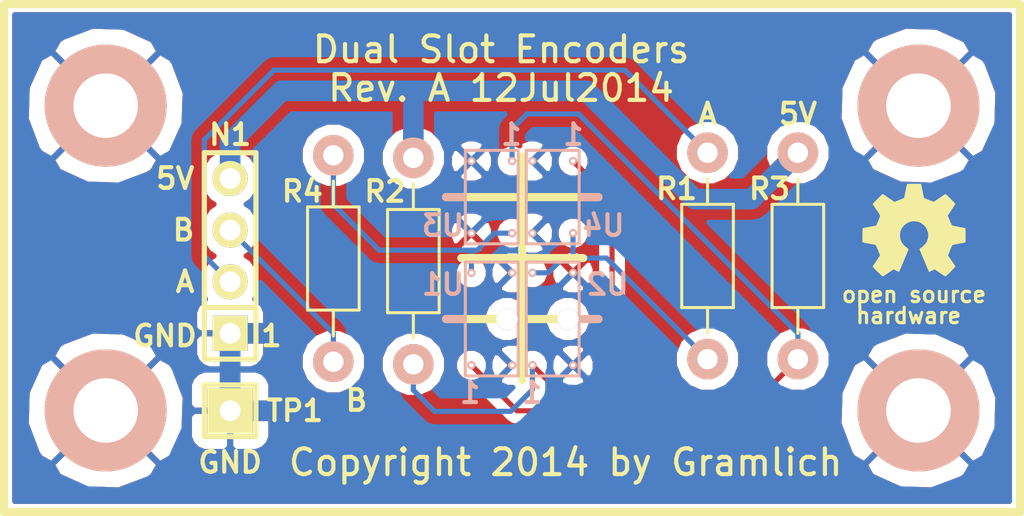
<source format=kicad_pcb>
(kicad_pcb (version 3) (host pcbnew "(2014-jan-25)-product")

  (general
    (links 25)
    (no_connects 0)
    (area 99.799999 99.799999 150.200001 125.3568)
    (thickness 1.6)
    (drawings 27)
    (tracks 54)
    (zones 0)
    (modules 15)
    (nets 9)
  )

  (page A4)
  (layers
    (15 F.Cu signal)
    (0 B.Cu signal)
    (16 B.Adhes user)
    (17 F.Adhes user)
    (18 B.Paste user)
    (19 F.Paste user)
    (20 B.SilkS user)
    (21 F.SilkS user)
    (22 B.Mask user)
    (23 F.Mask user)
    (24 Dwgs.User user)
    (25 Cmts.User user)
    (26 Eco1.User user)
    (27 Eco2.User user)
    (28 Edge.Cuts user)
  )

  (setup
    (last_trace_width 0.254)
    (trace_clearance 0.254)
    (zone_clearance 0.508)
    (zone_45_only no)
    (trace_min 0.254)
    (segment_width 0.4)
    (edge_width 0.1)
    (via_size 0.889)
    (via_drill 0.635)
    (via_min_size 0.889)
    (via_min_drill 0.508)
    (uvia_size 0.508)
    (uvia_drill 0.127)
    (uvias_allowed no)
    (uvia_min_size 0.508)
    (uvia_min_drill 0.127)
    (pcb_text_width 0.3)
    (pcb_text_size 1.5 1.5)
    (mod_edge_width 0.15)
    (mod_text_size 1 1)
    (mod_text_width 0.15)
    (pad_size 6 6)
    (pad_drill 3.175)
    (pad_to_mask_clearance 0)
    (aux_axis_origin 0 0)
    (visible_elements 7FFEFFFF)
    (pcbplotparams
      (layerselection 15761409)
      (usegerberextensions true)
      (excludeedgelayer true)
      (linewidth 0.100000)
      (plotframeref false)
      (viasonmask false)
      (mode 1)
      (useauxorigin false)
      (hpglpennumber 1)
      (hpglpenspeed 20)
      (hpglpendiameter 15)
      (hpglpenoverlay 2)
      (psnegative false)
      (psa4output false)
      (plotreference true)
      (plotvalue true)
      (plotinvisibletext false)
      (padsonsilk false)
      (subtractmaskfromsilk false)
      (outputformat 1)
      (mirror false)
      (drillshape 0)
      (scaleselection 1)
      (outputdirectory ""))
  )

  (net 0 "")
  (net 1 "Net-(R1-Pad1)")
  (net 2 "Net-(R2-Pad1)")
  (net 3 "Net-(R3-Pad1)")
  (net 4 /GND)
  (net 5 /A)
  (net 6 /B)
  (net 7 /5V)
  (net 8 "Net-(R4-Pad1)")

  (net_class Default "This is the default net class."
    (clearance 0.254)
    (trace_width 0.254)
    (via_dia 0.889)
    (via_drill 0.635)
    (uvia_dia 0.508)
    (uvia_drill 0.127)
    (add_net /A)
    (add_net /B)
    (add_net "Net-(R1-Pad1)")
    (add_net "Net-(R2-Pad1)")
    (add_net "Net-(R3-Pad1)")
    (add_net "Net-(R4-Pad1)")
  )

  (net_class Power ""
    (clearance 0.254)
    (trace_width 1.016)
    (via_dia 0.889)
    (via_drill 0.635)
    (uvia_dia 0.508)
    (uvia_drill 0.127)
    (add_net /5V)
    (add_net /GND)
  )

  (module Dual_Slot_Encoders_Rev_A:Pin_Header_Straight_1x04 (layer F.Cu) (tedit 53C1FA3B) (tstamp 53C19B5F)
    (at 111.125 112.395 90)
    (descr "1 pin")
    (tags "CONN DEV")
    (path /53C169C0)
    (fp_text reference N1 (at 5.969 0 180) (layer F.SilkS)
      (effects (font (size 1.016 1.016) (thickness 0.2032)))
    )
    (fp_text value ENCODER_CONNECTOR (at 0.09 2.24 90) (layer F.SilkS) hide
      (effects (font (size 1.016 1.016) (thickness 0.2032)))
    )
    (fp_line (start -2.54 1.27) (end 5.08 1.27) (layer F.SilkS) (width 0.254))
    (fp_line (start -2.54 -1.27) (end 5.08 -1.27) (layer F.SilkS) (width 0.254))
    (fp_line (start -5.08 -1.27) (end -2.54 -1.27) (layer F.SilkS) (width 0.254))
    (fp_line (start 5.08 1.27) (end 5.08 -1.27) (layer F.SilkS) (width 0.254))
    (fp_line (start -2.54 -1.27) (end -2.54 1.27) (layer F.SilkS) (width 0.254))
    (fp_line (start -5.08 -1.27) (end -5.08 1.27) (layer F.SilkS) (width 0.254))
    (fp_line (start -5.08 1.27) (end -2.54 1.27) (layer F.SilkS) (width 0.254))
    (pad 1 thru_hole rect (at -3.81 0 90) (size 1.7272 1.7272) (drill 1.016) (layers *.Cu *.Mask F.SilkS)
      (net 4 /GND))
    (pad 2 thru_hole oval (at -1.27 0 90) (size 1.7272 1.7272) (drill 1.016) (layers *.Cu *.Mask F.SilkS)
      (net 5 /A))
    (pad 3 thru_hole oval (at 1.27 0 90) (size 1.7272 1.7272) (drill 1.016) (layers *.Cu *.Mask F.SilkS)
      (net 6 /B))
    (pad 4 thru_hole oval (at 3.81 0 90) (size 1.7272 1.7272) (drill 1.016) (layers *.Cu *.Mask F.SilkS)
      (net 7 /5V))
    (model Pin_Headers/Pin_Header_Straight_1x04.wrl
      (at (xyz 0 0 0))
      (scale (xyz 1 1 1))
      (rotate (xyz 0 0 0))
    )
  )

  (module Dual_Slot_Encoders_Rev_A:Resistor_Horizontal_400 (layer F.Cu) (tedit 53C1FA8D) (tstamp 53C19B65)
    (at 134.62 112.395 90)
    (descr "Resistor, Axial,  RM 10mm, 1/3W,")
    (tags "Resistor, Axial, RM 10mm, 1/3W,")
    (path /53C161E7)
    (fp_text reference R1 (at 3.302 -1.524 180) (layer F.SilkS)
      (effects (font (size 1.016 1.016) (thickness 0.2032)))
    )
    (fp_text value 10K (at -0.02 2.47 90) (layer F.SilkS) hide
      (effects (font (size 1.016 1.016) (thickness 0.2032)))
    )
    (fp_line (start 2.54 0) (end 3.81 0) (layer F.SilkS) (width 0.15))
    (fp_line (start -2.54 0) (end -3.81 0) (layer F.SilkS) (width 0.15))
    (fp_line (start -2.54 -1.27) (end -2.54 1.27) (layer F.SilkS) (width 0.15))
    (fp_line (start -2.54 1.27) (end 2.54 1.27) (layer F.SilkS) (width 0.15))
    (fp_line (start 2.54 1.27) (end 2.54 -1.27) (layer F.SilkS) (width 0.15))
    (fp_line (start 2.54 -1.27) (end -2.54 -1.27) (layer F.SilkS) (width 0.15))
    (pad 1 thru_hole circle (at -5.08 0 90) (size 1.99898 1.99898) (drill 1.00076) (layers *.Cu *.SilkS *.Mask)
      (net 1 "Net-(R1-Pad1)"))
    (pad 2 thru_hole circle (at 5.08 0 90) (size 1.99898 1.99898) (drill 1.00076) (layers *.Cu *.SilkS *.Mask)
      (net 5 /A))
  )

  (module Dual_Slot_Encoders_Rev_A:Resistor_Horizontal_400 (layer F.Cu) (tedit 53C1FAA1) (tstamp 53C19B6B)
    (at 116.205 112.522 270)
    (descr "Resistor, Axial,  RM 10mm, 1/3W,")
    (tags "Resistor, Axial, RM 10mm, 1/3W,")
    (path /53C158FC)
    (fp_text reference R2 (at -3.302 -2.54 360) (layer F.SilkS)
      (effects (font (size 1.016 1.016) (thickness 0.2032)))
    )
    (fp_text value 10K (at -0.02 2.47 270) (layer F.SilkS) hide
      (effects (font (size 1.016 1.016) (thickness 0.2032)))
    )
    (fp_line (start 2.54 0) (end 3.81 0) (layer F.SilkS) (width 0.15))
    (fp_line (start -2.54 0) (end -3.81 0) (layer F.SilkS) (width 0.15))
    (fp_line (start -2.54 -1.27) (end -2.54 1.27) (layer F.SilkS) (width 0.15))
    (fp_line (start -2.54 1.27) (end 2.54 1.27) (layer F.SilkS) (width 0.15))
    (fp_line (start 2.54 1.27) (end 2.54 -1.27) (layer F.SilkS) (width 0.15))
    (fp_line (start 2.54 -1.27) (end -2.54 -1.27) (layer F.SilkS) (width 0.15))
    (pad 1 thru_hole circle (at -5.08 0 270) (size 1.99898 1.99898) (drill 1.00076) (layers *.Cu *.SilkS *.Mask)
      (net 2 "Net-(R2-Pad1)"))
    (pad 2 thru_hole circle (at 5.08 0 270) (size 1.99898 1.99898) (drill 1.00076) (layers *.Cu *.SilkS *.Mask)
      (net 6 /B))
  )

  (module Dual_Slot_Encoders_Rev_A:Resistor_Horizontal_400 (layer F.Cu) (tedit 53C1FA93) (tstamp 53C19B71)
    (at 139.065 112.395 90)
    (descr "Resistor, Axial,  RM 10mm, 1/3W,")
    (tags "Resistor, Axial, RM 10mm, 1/3W,")
    (path /53C15E4E)
    (fp_text reference R3 (at 3.302 -1.397 180) (layer F.SilkS)
      (effects (font (size 1.016 1.016) (thickness 0.2032)))
    )
    (fp_text value 470 (at -0.02 2.47 90) (layer F.SilkS) hide
      (effects (font (size 1.016 1.016) (thickness 0.2032)))
    )
    (fp_line (start 2.54 0) (end 3.81 0) (layer F.SilkS) (width 0.15))
    (fp_line (start -2.54 0) (end -3.81 0) (layer F.SilkS) (width 0.15))
    (fp_line (start -2.54 -1.27) (end -2.54 1.27) (layer F.SilkS) (width 0.15))
    (fp_line (start -2.54 1.27) (end 2.54 1.27) (layer F.SilkS) (width 0.15))
    (fp_line (start 2.54 1.27) (end 2.54 -1.27) (layer F.SilkS) (width 0.15))
    (fp_line (start 2.54 -1.27) (end -2.54 -1.27) (layer F.SilkS) (width 0.15))
    (pad 1 thru_hole circle (at -5.08 0 90) (size 1.99898 1.99898) (drill 1.00076) (layers *.Cu *.SilkS *.Mask)
      (net 3 "Net-(R3-Pad1)"))
    (pad 2 thru_hole circle (at 5.08 0 90) (size 1.99898 1.99898) (drill 1.00076) (layers *.Cu *.SilkS *.Mask)
      (net 7 /5V))
  )

  (module Dual_Slot_Encoders_Rev_A:OSHW_LOGO_200mil (layer F.Cu) (tedit 53C1B8AB) (tstamp 53C1B7E9)
    (at 144.78 111.125)
    (path /53C1B3B3)
    (fp_text reference Z1 (at 1.27 1.27) (layer F.SilkS) hide
      (effects (font (size 0.23114 0.23114) (thickness 0.04572)))
    )
    (fp_text value OSHW_LOGO (at 0 -2.6924) (layer F.SilkS) hide
      (effects (font (size 0.23114 0.23114) (thickness 0.04572)))
    )
    (fp_poly (pts (xy -1.53924 2.28092) (xy -1.5113 2.26822) (xy -1.45288 2.23012) (xy -1.36906 2.17424)
      (xy -1.26746 2.10566) (xy -1.1684 2.03962) (xy -1.08458 1.98374) (xy -1.02616 1.94564)
      (xy -1.0033 1.93294) (xy -0.9906 1.93802) (xy -0.94234 1.96088) (xy -0.87122 1.99644)
      (xy -0.83312 2.01676) (xy -0.76708 2.0447) (xy -0.7366 2.04978) (xy -0.73152 2.04216)
      (xy -0.70866 1.9939) (xy -0.67056 1.91008) (xy -0.6223 1.80086) (xy -0.56896 1.67132)
      (xy -0.51054 1.53162) (xy -0.44958 1.38938) (xy -0.3937 1.25476) (xy -0.34544 1.13284)
      (xy -0.3048 1.03378) (xy -0.2794 0.9652) (xy -0.26924 0.93472) (xy -0.27178 0.92964)
      (xy -0.3048 0.89916) (xy -0.36068 0.85598) (xy -0.48006 0.75946) (xy -0.59944 0.61214)
      (xy -0.67056 0.44196) (xy -0.69342 0.25654) (xy -0.6731 0.08382) (xy -0.60706 -0.08128)
      (xy -0.49022 -0.23114) (xy -0.34798 -0.3429) (xy -0.18542 -0.41402) (xy 0 -0.43688)
      (xy 0.17526 -0.41656) (xy 0.34544 -0.35052) (xy 0.4953 -0.23622) (xy 0.5588 -0.16256)
      (xy 0.6477 -0.01016) (xy 0.69596 0.14986) (xy 0.70104 0.19304) (xy 0.69342 0.37084)
      (xy 0.64262 0.54102) (xy 0.5461 0.69342) (xy 0.41656 0.82042) (xy 0.40132 0.83058)
      (xy 0.34036 0.8763) (xy 0.29972 0.90678) (xy 0.2667 0.93472) (xy 0.4953 1.48082)
      (xy 0.53086 1.56718) (xy 0.59182 1.71704) (xy 0.6477 1.84658) (xy 0.69088 1.94818)
      (xy 0.72136 2.01676) (xy 0.73406 2.0447) (xy 0.7366 2.0447) (xy 0.75692 2.04978)
      (xy 0.79756 2.03454) (xy 0.87376 1.99644) (xy 0.92456 1.97104) (xy 0.98298 1.9431)
      (xy 1.00838 1.93294) (xy 1.03124 1.94564) (xy 1.08712 1.9812) (xy 1.1684 2.03454)
      (xy 1.26746 2.10058) (xy 1.3589 2.16408) (xy 1.44526 2.2225) (xy 1.50876 2.2606)
      (xy 1.5367 2.27838) (xy 1.54178 2.27838) (xy 1.56972 2.26314) (xy 1.61798 2.2225)
      (xy 1.69418 2.15138) (xy 1.79832 2.04724) (xy 1.81356 2.032) (xy 1.89992 1.9431)
      (xy 1.97104 1.86944) (xy 2.0193 1.8161) (xy 2.03454 1.79324) (xy 2.03454 1.79324)
      (xy 2.0193 1.76276) (xy 1.9812 1.7018) (xy 1.92278 1.6129) (xy 1.8542 1.5113)
      (xy 1.67386 1.24968) (xy 1.77292 1.00076) (xy 1.8034 0.92456) (xy 1.8415 0.83312)
      (xy 1.87198 0.76708) (xy 1.88722 0.73914) (xy 1.91262 0.72898) (xy 1.9812 0.7112)
      (xy 2.08026 0.69088) (xy 2.1971 0.67056) (xy 2.30886 0.65024) (xy 2.41046 0.62992)
      (xy 2.48412 0.61722) (xy 2.51714 0.6096) (xy 2.52476 0.60452) (xy 2.52984 0.58928)
      (xy 2.53492 0.55372) (xy 2.53746 0.49276) (xy 2.53746 0.39624) (xy 2.53746 0.25654)
      (xy 2.53746 0.2413) (xy 2.53746 0.10668) (xy 2.53492 0) (xy 2.53238 -0.06604)
      (xy 2.5273 -0.09398) (xy 2.5273 -0.09398) (xy 2.49428 -0.1016) (xy 2.42316 -0.11684)
      (xy 2.32156 -0.13716) (xy 2.20218 -0.16002) (xy 2.19456 -0.16256) (xy 2.07518 -0.18542)
      (xy 1.97358 -0.20574) (xy 1.90246 -0.22352) (xy 1.87198 -0.23114) (xy 1.8669 -0.2413)
      (xy 1.8415 -0.28702) (xy 1.80848 -0.36068) (xy 1.76784 -0.45212) (xy 1.72974 -0.5461)
      (xy 1.69418 -0.63246) (xy 1.67132 -0.69596) (xy 1.66624 -0.7239) (xy 1.66624 -0.7239)
      (xy 1.68402 -0.75438) (xy 1.72466 -0.81534) (xy 1.78308 -0.9017) (xy 1.8542 -1.0033)
      (xy 1.85928 -1.01092) (xy 1.92786 -1.11252) (xy 1.98374 -1.19888) (xy 2.02184 -1.25984)
      (xy 2.03454 -1.28778) (xy 2.03454 -1.29032) (xy 2.01168 -1.3208) (xy 1.96088 -1.37668)
      (xy 1.88722 -1.45542) (xy 1.79832 -1.54432) (xy 1.77038 -1.57226) (xy 1.67132 -1.66878)
      (xy 1.60274 -1.73228) (xy 1.55956 -1.7653) (xy 1.53924 -1.77292) (xy 1.53924 -1.77292)
      (xy 1.50876 -1.75514) (xy 1.44272 -1.71196) (xy 1.35636 -1.65354) (xy 1.25476 -1.58242)
      (xy 1.24714 -1.57734) (xy 1.14554 -1.50876) (xy 1.05918 -1.45288) (xy 1.00076 -1.41224)
      (xy 0.97282 -1.397) (xy 0.97028 -1.397) (xy 0.9271 -1.4097) (xy 0.85598 -1.4351)
      (xy 0.76708 -1.46812) (xy 0.6731 -1.50622) (xy 0.58674 -1.54178) (xy 0.52324 -1.57226)
      (xy 0.49276 -1.5875) (xy 0.49276 -1.59004) (xy 0.4826 -1.6256) (xy 0.46482 -1.7018)
      (xy 0.44196 -1.80594) (xy 0.4191 -1.9304) (xy 0.41656 -1.95072) (xy 0.3937 -2.07264)
      (xy 0.37338 -2.1717) (xy 0.35814 -2.24028) (xy 0.35306 -2.27076) (xy 0.33528 -2.2733)
      (xy 0.27432 -2.27838) (xy 0.18542 -2.28092) (xy 0.0762 -2.28092) (xy -0.0381 -2.28092)
      (xy -0.14986 -2.27838) (xy -0.24638 -2.27584) (xy -0.31496 -2.27076) (xy -0.3429 -2.26568)
      (xy -0.3429 -2.26314) (xy -0.3556 -2.22504) (xy -0.37084 -2.14884) (xy -0.3937 -2.0447)
      (xy -0.41656 -1.92024) (xy -0.42164 -1.89738) (xy -0.4445 -1.778) (xy -0.46482 -1.67894)
      (xy -0.47752 -1.61036) (xy -0.48514 -1.58242) (xy -0.49784 -1.57734) (xy -0.5461 -1.55448)
      (xy -0.62738 -1.52146) (xy -0.72898 -1.48082) (xy -0.96012 -1.38684) (xy -1.2446 -1.58242)
      (xy -1.27254 -1.6002) (xy -1.37414 -1.67132) (xy -1.45796 -1.7272) (xy -1.51638 -1.7653)
      (xy -1.54178 -1.778) (xy -1.54432 -1.778) (xy -1.57226 -1.7526) (xy -1.62814 -1.69926)
      (xy -1.70434 -1.62306) (xy -1.79578 -1.53416) (xy -1.86182 -1.46812) (xy -1.94056 -1.38938)
      (xy -1.98882 -1.3335) (xy -2.01676 -1.30048) (xy -2.02692 -1.28016) (xy -2.02438 -1.26492)
      (xy -2.0066 -1.23698) (xy -1.96342 -1.17348) (xy -1.905 -1.08712) (xy -1.83642 -0.98552)
      (xy -1.778 -0.9017) (xy -1.71704 -0.80518) (xy -1.6764 -0.7366) (xy -1.6637 -0.70358)
      (xy -1.66624 -0.69088) (xy -1.68656 -0.635) (xy -1.71958 -0.55118) (xy -1.76276 -0.44958)
      (xy -1.86182 -0.22352) (xy -2.00914 -0.19558) (xy -2.10058 -0.1778) (xy -2.22504 -0.15494)
      (xy -2.34442 -0.13208) (xy -2.53238 -0.09398) (xy -2.54 0.59182) (xy -2.50952 0.60452)
      (xy -2.48158 0.61214) (xy -2.413 0.62738) (xy -2.31394 0.6477) (xy -2.1971 0.66802)
      (xy -2.09804 0.68834) (xy -1.99644 0.70612) (xy -1.92532 0.72136) (xy -1.8923 0.72644)
      (xy -1.88468 0.73914) (xy -1.85928 0.7874) (xy -1.82372 0.8636) (xy -1.78308 0.95758)
      (xy -1.74498 1.0541) (xy -1.70942 1.143) (xy -1.68402 1.20904) (xy -1.67386 1.2446)
      (xy -1.6891 1.27254) (xy -1.7272 1.33096) (xy -1.78308 1.41478) (xy -1.84912 1.51384)
      (xy -1.9177 1.6129) (xy -1.97612 1.69926) (xy -2.01676 1.76022) (xy -2.032 1.78816)
      (xy -2.02438 1.80848) (xy -1.98374 1.85674) (xy -1.91008 1.93294) (xy -1.79832 2.0447)
      (xy -1.778 2.06248) (xy -1.6891 2.14884) (xy -1.61544 2.21742) (xy -1.5621 2.26314)
      (xy -1.53924 2.28092)) (layer F.SilkS) (width 0.00254))
  )

  (module Dual_Slot_Encoders_Rev_A:GP1S097HCZ0F (layer B.Cu) (tedit 53C1FBD1) (tstamp 53C19B8B)
    (at 124 109.5 90)
    (path /53C15B02)
    (fp_text reference U3 (at -1.4 -2.4 180) (layer B.SilkS)
      (effects (font (size 1.016 1.016) (thickness 0.2032)) (justify mirror))
    )
    (fp_text value GPS1S97HCZ0F (at 0 2 90) (layer B.SilkS) hide
      (effects (font (size 1.016 1.016) (thickness 0.2032)) (justify mirror))
    )
    (fp_text user 1 (at 3.074 0.968 180) (layer B.SilkS)
      (effects (font (size 1.016 1.016) (thickness 0.2032)) (justify mirror))
    )
    (fp_line (start -2.3 1.3) (end 2.3 1.3) (layer B.SilkS) (width 0.15))
    (fp_line (start 2.3 1.3) (end 2.3 -1.3) (layer B.SilkS) (width 0.15))
    (fp_line (start 2.3 -1.3) (end -2.3 -1.3) (layer B.SilkS) (width 0.15))
    (fp_line (start -2.3 -1.3) (end -2.3 1.3) (layer B.SilkS) (width 0.15))
    (pad 1 thru_hole circle (at 1.775 1 90) (size 0.4 0.4) (drill 0.2) (layers *.Cu *.Mask B.SilkS)
      (net 3 "Net-(R3-Pad1)"))
    (pad 4 thru_hole circle (at 1.775 -1 90) (size 0.4 0.4) (drill 0.2) (layers *.Cu *.Mask B.SilkS)
      (net 4 /GND))
    (pad 2 thru_hole circle (at -1.775 1 90) (size 0.4 0.4) (drill 0.2) (layers *.Cu *.Mask B.SilkS)
      (net 2 "Net-(R2-Pad1)"))
    (pad 3 thru_hole circle (at -1.775 -1 90) (size 0.4 0.4) (drill 0.2) (layers *.Cu *.Mask B.SilkS)
      (net 4 /GND))
  )

  (module Dual_Slot_Encoders_Rev_A:GP1S097HCZ0F (layer B.Cu) (tedit 53C1FBFB) (tstamp 53C19B93)
    (at 127 109.5 90)
    (path /53C15B57)
    (fp_text reference U4 (at -1.4 2.5 180) (layer B.SilkS)
      (effects (font (size 1.016 1.016) (thickness 0.2032)) (justify mirror))
    )
    (fp_text value GPS1S97HCZ0F (at 0 2 90) (layer B.SilkS) hide
      (effects (font (size 1.016 1.016) (thickness 0.2032)) (justify mirror))
    )
    (fp_text user 1 (at 3.074 1.016 180) (layer B.SilkS)
      (effects (font (size 1.016 1.016) (thickness 0.2032)) (justify mirror))
    )
    (fp_line (start -2.3 1.3) (end 2.3 1.3) (layer B.SilkS) (width 0.15))
    (fp_line (start 2.3 1.3) (end 2.3 -1.3) (layer B.SilkS) (width 0.15))
    (fp_line (start 2.3 -1.3) (end -2.3 -1.3) (layer B.SilkS) (width 0.15))
    (fp_line (start -2.3 -1.3) (end -2.3 1.3) (layer B.SilkS) (width 0.15))
    (pad 1 thru_hole circle (at 1.775 1 90) (size 0.4 0.4) (drill 0.2) (layers *.Cu *.Mask B.SilkS)
      (net 8 "Net-(R4-Pad1)"))
    (pad 4 thru_hole circle (at 1.775 -1 90) (size 0.4 0.4) (drill 0.2) (layers *.Cu *.Mask B.SilkS)
      (net 4 /GND))
    (pad 2 thru_hole circle (at -1.775 1 90) (size 0.4 0.4) (drill 0.2) (layers *.Cu *.Mask B.SilkS)
      (net 1 "Net-(R1-Pad1)"))
    (pad 3 thru_hole circle (at -1.775 -1 90) (size 0.4 0.4) (drill 0.2) (layers *.Cu *.Mask B.SilkS)
      (net 4 /GND))
  )

  (module Dual_Slot_Encoders_Rev_A:GP1S094HCZ0F (layer B.Cu) (tedit 53C1FBE9) (tstamp 53C19B83)
    (at 127 115.5 270)
    (path /53C15BBA)
    (fp_text reference U2 (at -1.7 -2.7 360) (layer B.SilkS)
      (effects (font (size 1.016 1.016) (thickness 0.2032)) (justify mirror))
    )
    (fp_text value GP1S094HCZ0F (at 0 2.3 270) (layer B.SilkS) hide
      (effects (font (size 1.016 1.016) (thickness 0.2032)) (justify mirror))
    )
    (fp_text user 1 (at 3.626 1.016 360) (layer B.SilkS)
      (effects (font (size 1.016 1.016) (thickness 0.2032)) (justify mirror))
    )
    (fp_line (start -2.8 1.3) (end 2.8 1.3) (layer B.SilkS) (width 0.15))
    (fp_line (start 2.8 1.3) (end 2.8 -1.3) (layer B.SilkS) (width 0.15))
    (fp_line (start 2.8 -1.3) (end -2.8 -1.3) (layer B.SilkS) (width 0.15))
    (fp_line (start -2.8 -1.3) (end -2.8 1.3) (layer B.SilkS) (width 0.15))
    (pad 1 thru_hole circle (at 2.274 1 270) (size 0.4 0.4) (drill 0.2) (layers *.Cu *.Mask B.SilkS)
      (net 8 "Net-(R4-Pad1)"))
    (pad 4 thru_hole circle (at 2.275 -1 270) (size 0.4 0.4) (drill 0.2) (layers *.Cu *.Mask B.SilkS)
      (net 4 /GND))
    (pad 2 thru_hole circle (at -2.275 1 270) (size 0.4 0.4) (drill 0.2) (layers *.Cu *.Mask B.SilkS)
      (net 1 "Net-(R1-Pad1)"))
    (pad 3 thru_hole circle (at -2.275 -1 270) (size 0.4 0.4) (drill 0.2) (layers *.Cu *.Mask B.SilkS)
      (net 4 /GND))
    (pad "" thru_hole circle (at 0 -0.75 270) (size 1.05 1.05) (drill 1.05) (layers *.Cu *.Mask B.SilkS))
  )

  (module Dual_Slot_Encoders_Rev_A:GP1S094HCZ0F (layer B.Cu) (tedit 53C1FBDA) (tstamp 53C19B7A)
    (at 124 115.5 270)
    (path /53C15B87)
    (fp_text reference U1 (at -1.7 2.4 360) (layer B.SilkS)
      (effects (font (size 1.016 1.016) (thickness 0.2032)) (justify mirror))
    )
    (fp_text value GP1S094HCZ0F (at 0 2.3 270) (layer B.SilkS) hide
      (effects (font (size 1.016 1.016) (thickness 0.2032)) (justify mirror))
    )
    (fp_text user 1 (at 3.626 1.064 540) (layer B.SilkS)
      (effects (font (size 1.016 1.016) (thickness 0.2032)) (justify mirror))
    )
    (fp_line (start -2.8 1.3) (end 2.8 1.3) (layer B.SilkS) (width 0.15))
    (fp_line (start 2.8 1.3) (end 2.8 -1.3) (layer B.SilkS) (width 0.15))
    (fp_line (start 2.8 -1.3) (end -2.8 -1.3) (layer B.SilkS) (width 0.15))
    (fp_line (start -2.8 -1.3) (end -2.8 1.3) (layer B.SilkS) (width 0.15))
    (pad 1 thru_hole circle (at 2.274 1 270) (size 0.4 0.4) (drill 0.2) (layers *.Cu *.Mask B.SilkS)
      (net 3 "Net-(R3-Pad1)"))
    (pad 4 thru_hole circle (at 2.275 -1 270) (size 0.4 0.4) (drill 0.2) (layers *.Cu *.Mask B.SilkS)
      (net 4 /GND))
    (pad 2 thru_hole circle (at -2.275 1 270) (size 0.4 0.4) (drill 0.2) (layers *.Cu *.Mask B.SilkS)
      (net 2 "Net-(R2-Pad1)"))
    (pad 3 thru_hole circle (at -2.275 -1 270) (size 0.4 0.4) (drill 0.2) (layers *.Cu *.Mask B.SilkS)
      (net 4 /GND))
    (pad "" thru_hole circle (at 0 -0.75 270) (size 1.05 1.05) (drill 1.05) (layers *.Cu *.Mask B.SilkS))
  )

  (module Dual_Slot_Encoders_Rev_A:MountingHole_3mm (layer F.Cu) (tedit 53C1E7D7) (tstamp 53C19E5B)
    (at 145 120)
    (descr "Mounting hole, Befestigungsbohrung, 3mm, No Annular, Kein Restring,")
    (tags "Mounting hole, Befestigungsbohrung, 3mm, No Annular, Kein Restring,")
    (path /53C166E2)
    (fp_text reference H4 (at 0 0) (layer F.SilkS)
      (effects (font (size 1.016 1.016) (thickness 0.2032)))
    )
    (fp_text value 3MM_HOLE (at 0 4.29) (layer F.SilkS) hide
      (effects (font (size 1.016 1.016) (thickness 0.2032)))
    )
    (fp_circle (center 0 0) (end 3 0) (layer Cmts.User) (width 0.381))
    (pad 1 thru_hole circle (at 0 0) (size 6 6) (drill 3.175) (layers *.Cu *.SilkS *.Mask)
      (net 4 /GND))
  )

  (module Dual_Slot_Encoders_Rev_A:MountingHole_3mm (layer F.Cu) (tedit 53C1E7D7) (tstamp 53C19B52)
    (at 105 120)
    (descr "Mounting hole, Befestigungsbohrung, 3mm, No Annular, Kein Restring,")
    (tags "Mounting hole, Befestigungsbohrung, 3mm, No Annular, Kein Restring,")
    (path /53C166B8)
    (fp_text reference H3 (at 0 0) (layer F.SilkS)
      (effects (font (size 1.016 1.016) (thickness 0.2032)))
    )
    (fp_text value 3MM_HOLE (at 0 4.29) (layer F.SilkS) hide
      (effects (font (size 1.016 1.016) (thickness 0.2032)))
    )
    (fp_circle (center 0 0) (end 3 0) (layer Cmts.User) (width 0.381))
    (pad 1 thru_hole circle (at 0 0) (size 6 6) (drill 3.175) (layers *.Cu *.SilkS *.Mask)
      (net 4 /GND))
  )

  (module Dual_Slot_Encoders_Rev_A:MountingHole_3mm (layer F.Cu) (tedit 53C1E7D7) (tstamp 53C19C4B)
    (at 145 105)
    (descr "Mounting hole, Befestigungsbohrung, 3mm, No Annular, Kein Restring,")
    (tags "Mounting hole, Befestigungsbohrung, 3mm, No Annular, Kein Restring,")
    (path /53C1668B)
    (fp_text reference H2 (at 0 0) (layer F.SilkS)
      (effects (font (size 1.016 1.016) (thickness 0.2032)))
    )
    (fp_text value 3MM_HOLE (at 0 4.29) (layer F.SilkS) hide
      (effects (font (size 1.016 1.016) (thickness 0.2032)))
    )
    (fp_circle (center 0 0) (end 3 0) (layer Cmts.User) (width 0.381))
    (pad 1 thru_hole circle (at 0 0) (size 6 6) (drill 3.175) (layers *.Cu *.SilkS *.Mask)
      (net 4 /GND))
  )

  (module Dual_Slot_Encoders_Rev_A:MountingHole_3mm (layer F.Cu) (tedit 53C1E7D7) (tstamp 53C19C09)
    (at 105 105)
    (descr "Mounting hole, Befestigungsbohrung, 3mm, No Annular, Kein Restring,")
    (tags "Mounting hole, Befestigungsbohrung, 3mm, No Annular, Kein Restring,")
    (path /53C1592C)
    (fp_text reference H1 (at 0 0) (layer F.SilkS)
      (effects (font (size 1.016 1.016) (thickness 0.2032)))
    )
    (fp_text value 3MM_HOLE (at 0 4.29) (layer F.SilkS) hide
      (effects (font (size 1.016 1.016) (thickness 0.2032)))
    )
    (fp_circle (center 0 0) (end 3 0) (layer Cmts.User) (width 0.381))
    (pad 1 thru_hole circle (at 0 0) (size 6 6) (drill 3.175) (layers *.Cu *.SilkS *.Mask)
      (net 4 /GND))
  )

  (module Dual_Slot_Encoders_Rev_A:Resistor_Horizontal_400 (layer F.Cu) (tedit 53C1FAA4) (tstamp 53C1F19B)
    (at 120.142 112.649 90)
    (descr "Resistor, Axial,  RM 10mm, 1/3W,")
    (tags "Resistor, Axial, RM 10mm, 1/3W,")
    (path /53C1F063)
    (fp_text reference R4 (at 3.429 -5.461 180) (layer F.SilkS)
      (effects (font (size 1.016 1.016) (thickness 0.2032)))
    )
    (fp_text value 470 (at -0.02 2.47 90) (layer F.SilkS) hide
      (effects (font (size 1.016 1.016) (thickness 0.2032)))
    )
    (fp_line (start 2.54 0) (end 3.81 0) (layer F.SilkS) (width 0.15))
    (fp_line (start -2.54 0) (end -3.81 0) (layer F.SilkS) (width 0.15))
    (fp_line (start -2.54 -1.27) (end -2.54 1.27) (layer F.SilkS) (width 0.15))
    (fp_line (start -2.54 1.27) (end 2.54 1.27) (layer F.SilkS) (width 0.15))
    (fp_line (start 2.54 1.27) (end 2.54 -1.27) (layer F.SilkS) (width 0.15))
    (fp_line (start 2.54 -1.27) (end -2.54 -1.27) (layer F.SilkS) (width 0.15))
    (pad 1 thru_hole circle (at -5.08 0 90) (size 1.99898 1.99898) (drill 1.00076) (layers *.Cu *.SilkS *.Mask)
      (net 8 "Net-(R4-Pad1)"))
    (pad 2 thru_hole circle (at 5.08 0 90) (size 1.99898 1.99898) (drill 1.00076) (layers *.Cu *.SilkS *.Mask)
      (net 7 /5V))
  )

  (module Dual_Slot_Encoders_Rev_A:Pin_Header_Straight_1x01 (layer F.Cu) (tedit 53C1F93F) (tstamp 53C1F966)
    (at 111.125 120.015)
    (descr "1 pin")
    (tags "CONN DEV")
    (path /53C1F775)
    (fp_text reference TP1 (at 3.175 0) (layer F.SilkS)
      (effects (font (size 1.016 1.016) (thickness 0.2032)))
    )
    (fp_text value GND (at 0 2.3) (layer F.SilkS) hide
      (effects (font (size 1.016 1.016) (thickness 0.2032)))
    )
    (fp_line (start -1.27 -1.27) (end -1.27 1.27) (layer F.SilkS) (width 0.254))
    (fp_line (start -1.27 1.27) (end 1.27 1.27) (layer F.SilkS) (width 0.254))
    (fp_line (start 1.27 1.27) (end 1.27 -1.27) (layer F.SilkS) (width 0.254))
    (fp_line (start 1.27 -1.27) (end -1.27 -1.27) (layer F.SilkS) (width 0.254))
    (pad 1 thru_hole rect (at 0 0) (size 2.2352 2.2352) (drill 1.016) (layers *.Cu *.Mask F.SilkS)
      (net 4 /GND))
    (model Pin_Headers/Pin_Header_Straight_1x01.wrl
      (at (xyz 0 0 0))
      (scale (xyz 1 1 1))
      (rotate (xyz 0 0 0))
    )
  )

  (gr_text GND (at 111.125 122.555) (layer F.SilkS)
    (effects (font (size 1.016 1.016) (thickness 0.2032)))
  )
  (gr_text 5V (at 139.065 105.41) (layer F.SilkS)
    (effects (font (size 1.016 1.016) (thickness 0.2032)))
  )
  (gr_text B (at 117.983 119.507) (layer F.SilkS)
    (effects (font (size 1.016 1.016) (thickness 0.2032)) (justify right))
  )
  (gr_text A (at 134.62 105.41) (layer F.SilkS)
    (effects (font (size 1.016 1.016) (thickness 0.2032)))
  )
  (gr_text 5V (at 109.474 108.585) (layer F.SilkS)
    (effects (font (size 1.016 1.016) (thickness 0.2032)) (justify right))
  )
  (gr_text B (at 109.474 111.125) (layer F.SilkS)
    (effects (font (size 1.016 1.016) (thickness 0.2032)) (justify right))
  )
  (gr_text A (at 109.474 113.665) (layer F.SilkS)
    (effects (font (size 1.016 1.016) (thickness 0.2032)) (justify right))
  )
  (gr_text GND (at 109.601 116.332) (layer F.SilkS)
    (effects (font (size 1.016 1.016) (thickness 0.2032)) (justify right))
  )
  (gr_text 1 (at 113.157 116.332) (layer F.SilkS)
    (effects (font (size 1.016 1.016) (thickness 0.2032)))
  )
  (gr_line (start 129.25 109.5) (end 128.5 109.5) (angle 90) (layer B.SilkS) (width 0.4))
  (gr_line (start 121.75 109.5) (end 129.25 109.5) (angle 90) (layer F.SilkS) (width 0.4))
  (gr_line (start 121.75 109.5) (end 122.5 109.5) (angle 90) (layer B.SilkS) (width 0.4))
  (gr_line (start 128.5 115.5) (end 129.25 115.5) (angle 90) (layer B.SilkS) (width 0.4))
  (gr_line (start 122.5 115.5) (end 121.75 115.5) (angle 90) (layer B.SilkS) (width 0.4))
  (gr_text "Copyright 2014 by Gramlich" (at 127.635 122.555) (layer F.SilkS)
    (effects (font (size 1.27 1.27) (thickness 0.2032)))
  )
  (gr_text "Rev. A 12Jul2014" (at 124.46 104.14) (layer F.SilkS)
    (effects (font (size 1.27 1.27) (thickness 0.2032)))
  )
  (gr_text "Dual Slot Encoders" (at 124.46 102.235) (layer F.SilkS)
    (effects (font (size 1.27 1.27) (thickness 0.2032)))
  )
  (gr_text hardware (at 144.5133 115.33632) (layer F.SilkS)
    (effects (font (size 0.762 0.762) (thickness 0.1524)))
  )
  (gr_text "open source" (at 144.78 114.3) (layer F.SilkS)
    (effects (font (size 0.762 0.762) (thickness 0.1524)))
  )
  (gr_line (start 121.75 115.5) (end 129.25 115.5) (angle 90) (layer F.SilkS) (width 0.4))
  (gr_line (start 125.5 107.5) (end 125.5 118.5) (angle 90) (layer F.SilkS) (width 0.4))
  (gr_line (start 122.5 112.5) (end 128.5 112.5) (angle 90) (layer F.SilkS) (width 0.4))
  (gr_line (start 100 125) (end 100 100) (angle 90) (layer F.SilkS) (width 0.4))
  (gr_line (start 150 125) (end 100 125) (angle 90) (layer F.SilkS) (width 0.4))
  (gr_line (start 150 100) (end 150 125) (angle 90) (layer F.SilkS) (width 0.4))
  (gr_line (start 100 100) (end 150 100) (angle 90) (layer F.SilkS) (width 0.4))
  (gr_line (start 100 100) (end 150 100) (angle 90) (layer F.SilkS) (width 0.2) (tstamp 53C19E0E))

  (segment (start 128 112.5) (end 129.645 112.5) (width 0.254) (layer B.Cu) (net 1) (tstamp 53C1EBAE))
  (segment (start 127.5 112.5) (end 128 112.5) (width 0.254) (layer B.Cu) (net 1) (tstamp 53C1EBBF))
  (segment (start 129.645 112.5) (end 134.62 117.475) (width 0.254) (layer B.Cu) (net 1) (tstamp 53C1EB82))
  (segment (start 128 111.275) (end 128 112.5) (width 0.254) (layer B.Cu) (net 1))
  (segment (start 126.775 113.225) (end 127.5 112.5) (width 0.254) (layer B.Cu) (net 1) (tstamp 53C1EBB3))
  (segment (start 126 113.225) (end 126.775 113.225) (width 0.254) (layer B.Cu) (net 1))
  (segment (start 125 111.275) (end 124.95 111.275) (width 0.254) (layer B.Cu) (net 2))
  (segment (start 123 113.225) (end 123 112.1125) (width 0.254) (layer B.Cu) (net 2))
  (segment (start 123 112.1125) (end 123.2875 112.1125) (width 0.254) (layer B.Cu) (net 2))
  (segment (start 124.125 111.275) (end 123.2875 112.1125) (width 0.254) (layer B.Cu) (net 2) (tstamp 53C1EB3D))
  (segment (start 125 111.275) (end 124.125 111.275) (width 0.254) (layer B.Cu) (net 2))
  (segment (start 118.4625 112.1125) (end 116.205 109.855) (width 0.254) (layer B.Cu) (net 2) (tstamp 53C1F2DB))
  (segment (start 116.205 109.855) (end 116.205 107.442) (width 0.254) (layer B.Cu) (net 2) (tstamp 53C1F2DF))
  (segment (start 123 112.1125) (end 118.4625 112.1125) (width 0.254) (layer B.Cu) (net 2))
  (segment (start 125 107.725) (end 125 106.14) (width 0.254) (layer B.Cu) (net 3))
  (segment (start 125 106.14) (end 125.73 105.41) (width 0.254) (layer B.Cu) (net 3) (tstamp 53C1FD13))
  (segment (start 125.73 105.41) (end 128.27 105.41) (width 0.254) (layer B.Cu) (net 3) (tstamp 53C1FD16))
  (segment (start 128.27 105.41) (end 139.065 116.205) (width 0.254) (layer B.Cu) (net 3) (tstamp 53C1FD18))
  (segment (start 139.065 116.205) (end 139.065 117.475) (width 0.254) (layer B.Cu) (net 3) (tstamp 53C1FD19))
  (segment (start 125.241 120.015) (end 136.525 120.015) (width 0.254) (layer F.Cu) (net 3) (tstamp 53C1F28D))
  (segment (start 136.525 120.015) (end 139.065 117.475) (width 0.254) (layer F.Cu) (net 3) (tstamp 53C1F291))
  (segment (start 123 117.774) (end 125.241 120.015) (width 0.254) (layer F.Cu) (net 3))
  (segment (start 111.125 120.015) (end 113.03 120.015) (width 1.016) (layer B.Cu) (net 4))
  (segment (start 111.125 120.015) (end 113.03 120.015) (width 1.016) (layer F.Cu) (net 4))
  (segment (start 111.125 116.205) (end 111.125 120.015) (width 1.016) (layer F.Cu) (net 4))
  (segment (start 111.125 116.205) (end 111.125 120.015) (width 1.016) (layer B.Cu) (net 4))
  (segment (start 111.125 116.205) (end 113.03 116.205) (width 1.016) (layer B.Cu) (net 4))
  (segment (start 111.125 116.205) (end 113.03 116.205) (width 1.016) (layer F.Cu) (net 4))
  (segment (start 109.855 112.395) (end 109.855 106.68) (width 0.254) (layer B.Cu) (net 5) (tstamp 53C1F246))
  (segment (start 109.855 106.68) (end 113.284 103.251) (width 0.254) (layer B.Cu) (net 5) (tstamp 53C1F24C))
  (segment (start 113.284 103.251) (end 130.556 103.251) (width 0.254) (layer B.Cu) (net 5) (tstamp 53C1F24E))
  (segment (start 130.556 103.251) (end 134.62 107.315) (width 0.254) (layer B.Cu) (net 5) (tstamp 53C1F250))
  (segment (start 111.125 113.665) (end 109.855 112.395) (width 0.254) (layer B.Cu) (net 5))
  (segment (start 116.205 116.205) (end 111.125 111.125) (width 0.254) (layer B.Cu) (net 6) (tstamp 53C1F268))
  (segment (start 116.205 117.602) (end 116.205 116.205) (width 0.254) (layer B.Cu) (net 6))
  (segment (start 136.779 109.601) (end 133.985 109.601) (width 1.016) (layer B.Cu) (net 7) (tstamp 53C1F234))
  (segment (start 133.985 109.601) (end 128.651 104.267) (width 1.016) (layer B.Cu) (net 7) (tstamp 53C1F237))
  (segment (start 139.065 107.315) (end 136.779 109.601) (width 1.016) (layer B.Cu) (net 7))
  (segment (start 111.125 108.585) (end 111.125 106.807) (width 1.016) (layer B.Cu) (net 7))
  (segment (start 111.125 106.807) (end 113.665 104.267) (width 1.016) (layer B.Cu) (net 7) (tstamp 53C1F256))
  (segment (start 120.142 104.267) (end 113.665 104.267) (width 1.016) (layer B.Cu) (net 7) (tstamp 53C1F37A))
  (segment (start 128.651 104.267) (end 120.142 104.267) (width 1.016) (layer B.Cu) (net 7))
  (segment (start 120.142 107.569) (end 120.142 104.267) (width 1.016) (layer B.Cu) (net 7))
  (segment (start 126 117.774) (end 126.029 117.774) (width 0.254) (layer B.Cu) (net 8))
  (segment (start 129.921 109.646) (end 129.921 118.11) (width 0.254) (layer F.Cu) (net 8) (tstamp 53C1F21B))
  (segment (start 129.921 118.11) (end 129.032 118.999) (width 0.254) (layer F.Cu) (net 8) (tstamp 53C1F221))
  (segment (start 129.032 118.999) (end 127.225 118.999) (width 0.254) (layer F.Cu) (net 8) (tstamp 53C1F223))
  (segment (start 127.225 118.999) (end 126 117.774) (width 0.254) (layer F.Cu) (net 8) (tstamp 53C1F224))
  (segment (start 128 107.725) (end 129.921 109.646) (width 0.254) (layer F.Cu) (net 8))
  (segment (start 120.142 118.999) (end 121.185 120.042) (width 0.254) (layer B.Cu) (net 8) (tstamp 53C1F271))
  (segment (start 121.185 120.042) (end 124.941 120.042) (width 0.254) (layer B.Cu) (net 8) (tstamp 53C1F27C))
  (segment (start 124.941 120.042) (end 126 118.983) (width 0.254) (layer B.Cu) (net 8) (tstamp 53C1F27E))
  (segment (start 126 118.983) (end 126 117.774) (width 0.254) (layer B.Cu) (net 8) (tstamp 53C1F27F))
  (segment (start 120.142 117.729) (end 120.142 118.999) (width 0.254) (layer B.Cu) (net 8))

  (zone (net 4) (net_name /GND) (layer B.Cu) (tstamp 53C1AF9C) (hatch edge 0.508)
    (connect_pads (clearance 0.508))
    (min_thickness 0.254)
    (fill yes (arc_segments 16) (thermal_gap 0.762) (thermal_bridge_width 0.3048))
    (polygon
      (pts
        (xy 100.4 124.6) (xy 100.4 100.4) (xy 149.6 100.4) (xy 149.6 124.6)
      )
    )
    (filled_polygon
      (pts
        (xy 149.473 124.473) (xy 148.912318 124.473) (xy 148.912318 119.354633) (xy 148.912318 104.354633) (xy 148.367539 102.906579)
        (xy 148.22277 102.689917) (xy 147.664558 102.371363) (xy 147.628637 102.407284) (xy 147.628637 102.335442) (xy 147.310083 101.77723)
        (xy 145.900937 101.138518) (xy 144.354633 101.087682) (xy 142.906579 101.632461) (xy 142.689917 101.77723) (xy 142.371363 102.335442)
        (xy 145 104.964079) (xy 147.628637 102.335442) (xy 147.628637 102.407284) (xy 145.035921 105) (xy 147.664558 107.628637)
        (xy 148.22277 107.310083) (xy 148.861482 105.900937) (xy 148.912318 104.354633) (xy 148.912318 119.354633) (xy 148.367539 117.906579)
        (xy 148.22277 117.689917) (xy 147.664558 117.371363) (xy 147.628637 117.407284) (xy 147.628637 117.335442) (xy 147.628637 107.664558)
        (xy 145 105.035921) (xy 144.964079 105.071842) (xy 144.964079 105) (xy 142.335442 102.371363) (xy 141.77723 102.689917)
        (xy 141.138518 104.099063) (xy 141.087682 105.645367) (xy 141.632461 107.093421) (xy 141.77723 107.310083) (xy 142.335442 107.628637)
        (xy 144.964079 105) (xy 144.964079 105.071842) (xy 142.371363 107.664558) (xy 142.689917 108.22277) (xy 144.099063 108.861482)
        (xy 145.645367 108.912318) (xy 147.093421 108.367539) (xy 147.310083 108.22277) (xy 147.628637 107.664558) (xy 147.628637 117.335442)
        (xy 147.310083 116.77723) (xy 145.900937 116.138518) (xy 144.354633 116.087682) (xy 142.906579 116.632461) (xy 142.689917 116.77723)
        (xy 142.371363 117.335442) (xy 145 119.964079) (xy 147.628637 117.335442) (xy 147.628637 117.407284) (xy 145.035921 120)
        (xy 147.664558 122.628637) (xy 148.22277 122.310083) (xy 148.861482 120.900937) (xy 148.912318 119.354633) (xy 148.912318 124.473)
        (xy 147.628637 124.473) (xy 147.628637 122.664558) (xy 145 120.035921) (xy 144.964079 120.071842) (xy 144.964079 120)
        (xy 142.335442 117.371363) (xy 141.77723 117.689917) (xy 141.138518 119.099063) (xy 141.087682 120.645367) (xy 141.632461 122.093421)
        (xy 141.77723 122.310083) (xy 142.335442 122.628637) (xy 144.964079 120) (xy 144.964079 120.071842) (xy 142.371363 122.664558)
        (xy 142.689917 123.22277) (xy 144.099063 123.861482) (xy 145.645367 123.912318) (xy 147.093421 123.367539) (xy 147.310083 123.22277)
        (xy 147.628637 122.664558) (xy 147.628637 124.473) (xy 140.699774 124.473) (xy 140.699774 117.151306) (xy 140.451462 116.550345)
        (xy 139.992073 116.090154) (xy 139.787237 116.005098) (xy 139.787236 116.005098) (xy 139.768996 115.913395) (xy 139.603815 115.666185)
        (xy 139.603815 115.666184) (xy 134.68163 110.744) (xy 136.779 110.744) (xy 137.216407 110.656994) (xy 137.587223 110.409223)
        (xy 139.04697 108.949475) (xy 139.388694 108.949774) (xy 139.989655 108.701462) (xy 140.449846 108.242073) (xy 140.699206 107.641547)
        (xy 140.699774 106.991306) (xy 140.451462 106.390345) (xy 139.992073 105.930154) (xy 139.391547 105.680794) (xy 138.741306 105.680226)
        (xy 138.140345 105.928538) (xy 137.680154 106.387927) (xy 137.430794 106.988453) (xy 137.430492 107.333061) (xy 136.305554 108.458)
        (xy 135.788542 108.458) (xy 136.004846 108.242073) (xy 136.254206 107.641547) (xy 136.254774 106.991306) (xy 136.006462 106.390345)
        (xy 135.547073 105.930154) (xy 134.946547 105.680794) (xy 134.296306 105.680226) (xy 134.131112 105.748482) (xy 131.094815 102.712185)
        (xy 130.847605 102.547004) (xy 130.556 102.489) (xy 113.284 102.489) (xy 112.992395 102.547004) (xy 112.745184 102.712185)
        (xy 109.316185 106.141185) (xy 109.151004 106.388395) (xy 109.093 106.68) (xy 109.093 112.395) (xy 109.151004 112.686605)
        (xy 109.316185 112.933815) (xy 109.691372 113.309002) (xy 109.6264 113.635641) (xy 109.6264 113.694359) (xy 109.740474 114.267848)
        (xy 109.911646 114.524025) (xy 109.757822 114.587742) (xy 109.507742 114.837822) (xy 109.3724 115.164567) (xy 109.3724 115.95735)
        (xy 109.59465 116.1796) (xy 111.0996 116.1796) (xy 111.0996 116.1596) (xy 111.1504 116.1596) (xy 111.1504 116.1796)
        (xy 112.65535 116.1796) (xy 112.8776 115.95735) (xy 112.8776 115.164567) (xy 112.742258 114.837822) (xy 112.492178 114.587742)
        (xy 112.338353 114.524025) (xy 112.509526 114.267848) (xy 112.62246 113.70009) (xy 115.209064 116.286694) (xy 114.820154 116.674927)
        (xy 114.570794 117.275453) (xy 114.570226 117.925694) (xy 114.818538 118.526655) (xy 115.277927 118.986846) (xy 115.878453 119.236206)
        (xy 116.528694 119.236774) (xy 117.129655 118.988462) (xy 117.589846 118.529073) (xy 117.839206 117.928547) (xy 117.839774 117.278306)
        (xy 117.591462 116.677345) (xy 117.132073 116.217154) (xy 116.954773 116.143532) (xy 116.908996 115.913396) (xy 116.908996 115.913395)
        (xy 116.743815 115.666185) (xy 112.558627 111.480997) (xy 112.6236 111.154359) (xy 112.6236 111.095641) (xy 112.509526 110.522152)
        (xy 112.18467 110.035971) (xy 111.913827 109.855) (xy 112.18467 109.674029) (xy 112.509526 109.187848) (xy 112.6236 108.614359)
        (xy 112.6236 108.555641) (xy 112.509526 107.982152) (xy 112.268 107.620683) (xy 112.268 107.280446) (xy 114.138446 105.41)
        (xy 118.999 105.41) (xy 118.999 106.400502) (xy 118.757154 106.641927) (xy 118.507794 107.242453) (xy 118.507226 107.892694)
        (xy 118.755538 108.493655) (xy 119.214927 108.953846) (xy 119.815453 109.203206) (xy 120.465694 109.203774) (xy 121.066655 108.955462)
        (xy 121.526846 108.496073) (xy 121.776206 107.895547) (xy 121.776774 107.245306) (xy 121.528462 106.644345) (xy 121.285 106.400457)
        (xy 121.285 105.41) (xy 124.65237 105.41) (xy 124.461185 105.601185) (xy 124.296004 105.848395) (xy 124.238 106.14)
        (xy 124.238 107.382725) (xy 124.165145 107.558179) (xy 124.164855 107.890363) (xy 124.291708 108.197372) (xy 124.526393 108.432466)
        (xy 124.833179 108.559855) (xy 125.165363 108.560145) (xy 125.381955 108.470651) (xy 125.368081 108.637974) (xy 125.765563 108.810303)
        (xy 126.198736 108.817404) (xy 126.601653 108.658197) (xy 126.631919 108.637974) (xy 126.609754 108.370675) (xy 126 107.760921)
        (xy 125.985857 107.775063) (xy 125.949936 107.739142) (xy 125.964079 107.725) (xy 125.949936 107.710857) (xy 125.985857 107.674936)
        (xy 126 107.689079) (xy 126.609754 107.079325) (xy 126.631919 106.812026) (xy 126.234437 106.639697) (xy 125.801264 106.632596)
        (xy 125.762 106.64811) (xy 125.762 106.45563) (xy 126.04563 106.172) (xy 127.954369 106.172) (xy 138.005508 116.223139)
        (xy 137.680154 116.547927) (xy 137.430794 117.148453) (xy 137.430226 117.798694) (xy 137.678538 118.399655) (xy 138.137927 118.859846)
        (xy 138.738453 119.109206) (xy 139.388694 119.109774) (xy 139.989655 118.861462) (xy 140.449846 118.402073) (xy 140.699206 117.801547)
        (xy 140.699774 117.151306) (xy 140.699774 124.473) (xy 136.254774 124.473) (xy 136.254774 117.151306) (xy 136.006462 116.550345)
        (xy 135.547073 116.090154) (xy 134.946547 115.840794) (xy 134.296306 115.840226) (xy 134.131113 115.908482) (xy 130.183815 111.961185)
        (xy 129.936605 111.796004) (xy 129.645 111.738) (xy 128.762 111.738) (xy 128.762 111.617274) (xy 128.834855 111.441821)
        (xy 128.835145 111.109637) (xy 128.835145 107.559637) (xy 128.708292 107.252628) (xy 128.473607 107.017534) (xy 128.166821 106.890145)
        (xy 127.834637 106.889855) (xy 127.527628 107.016708) (xy 127.292534 107.251393) (xy 127.165145 107.558179) (xy 127.164855 107.890363)
        (xy 127.291708 108.197372) (xy 127.526393 108.432466) (xy 127.833179 108.559855) (xy 128.165363 108.560145) (xy 128.472372 108.433292)
        (xy 128.707466 108.198607) (xy 128.834855 107.891821) (xy 128.835145 107.559637) (xy 128.835145 111.109637) (xy 128.708292 110.802628)
        (xy 128.473607 110.567534) (xy 128.166821 110.440145) (xy 127.834637 110.439855) (xy 127.527628 110.566708) (xy 127.292534 110.801393)
        (xy 127.165145 111.108179) (xy 127.164855 111.440363) (xy 127.238 111.617388) (xy 127.238 111.790115) (xy 127.208395 111.796004)
        (xy 127.092404 111.873506) (xy 127.092404 111.076264) (xy 127.092404 107.526264) (xy 126.933197 107.123347) (xy 126.912974 107.093081)
        (xy 126.645675 107.115246) (xy 126.035921 107.725) (xy 126.645675 108.334754) (xy 126.912974 108.356919) (xy 127.085303 107.959437)
        (xy 127.092404 107.526264) (xy 127.092404 111.076264) (xy 126.933197 110.673347) (xy 126.912974 110.643081) (xy 126.645675 110.665246)
        (xy 126.035921 111.275) (xy 126.645675 111.884754) (xy 126.912974 111.906919) (xy 127.085303 111.509437) (xy 127.092404 111.076264)
        (xy 127.092404 111.873506) (xy 126.961185 111.961185) (xy 126.631919 112.290451) (xy 126.631919 112.187974) (xy 126.609754 111.920675)
        (xy 126 111.310921) (xy 125.985857 111.325063) (xy 125.949936 111.289142) (xy 125.964079 111.275) (xy 125.949936 111.260857)
        (xy 125.985857 111.224936) (xy 126 111.239079) (xy 126.609754 110.629325) (xy 126.631919 110.362026) (xy 126.234437 110.189697)
        (xy 125.801264 110.182596) (xy 125.398347 110.341803) (xy 125.368081 110.362026) (xy 125.381966 110.529481) (xy 125.166821 110.440145)
        (xy 124.834637 110.439855) (xy 124.657611 110.513) (xy 124.125 110.513) (xy 124.092404 110.519483) (xy 124.092404 107.526264)
        (xy 123.933197 107.123347) (xy 123.912974 107.093081) (xy 123.645675 107.115246) (xy 123.631919 107.129002) (xy 123.631919 106.812026)
        (xy 123.234437 106.639697) (xy 122.801264 106.632596) (xy 122.398347 106.791803) (xy 122.368081 106.812026) (xy 122.390246 107.079325)
        (xy 123 107.689079) (xy 123.609754 107.079325) (xy 123.631919 106.812026) (xy 123.631919 107.129002) (xy 123.035921 107.725)
        (xy 123.645675 108.334754) (xy 123.912974 108.356919) (xy 124.085303 107.959437) (xy 124.092404 107.526264) (xy 124.092404 110.519483)
        (xy 123.833395 110.571004) (xy 123.698966 110.660826) (xy 123.698965 110.660827) (xy 123.645675 110.665246) (xy 123.631919 110.679002)
        (xy 123.631919 110.362026) (xy 123.631919 108.637974) (xy 123.609754 108.370675) (xy 123 107.760921) (xy 122.964079 107.796842)
        (xy 122.964079 107.725) (xy 122.354325 107.115246) (xy 122.087026 107.093081) (xy 121.914697 107.490563) (xy 121.907596 107.923736)
        (xy 122.066803 108.326653) (xy 122.087026 108.356919) (xy 122.354325 108.334754) (xy 122.964079 107.725) (xy 122.964079 107.796842)
        (xy 122.390246 108.370675) (xy 122.368081 108.637974) (xy 122.765563 108.810303) (xy 123.198736 108.817404) (xy 123.601653 108.658197)
        (xy 123.631919 108.637974) (xy 123.631919 110.362026) (xy 123.234437 110.189697) (xy 122.801264 110.182596) (xy 122.398347 110.341803)
        (xy 122.368081 110.362026) (xy 122.390246 110.629325) (xy 123 111.239079) (xy 123.609754 110.629325) (xy 123.631919 110.362026)
        (xy 123.631919 110.679002) (xy 123.035921 111.275) (xy 123.041645 111.280724) (xy 123.005724 111.316645) (xy 123 111.310921)
        (xy 122.985857 111.325063) (xy 122.949936 111.289142) (xy 122.964079 111.275) (xy 122.354325 110.665246) (xy 122.087026 110.643081)
        (xy 121.914697 111.040563) (xy 121.909616 111.3505) (xy 118.77813 111.3505) (xy 116.967 109.53937) (xy 116.967 108.895669)
        (xy 117.129655 108.828462) (xy 117.589846 108.369073) (xy 117.839206 107.768547) (xy 117.839774 107.118306) (xy 117.591462 106.517345)
        (xy 117.132073 106.057154) (xy 116.531547 105.807794) (xy 115.881306 105.807226) (xy 115.280345 106.055538) (xy 114.820154 106.514927)
        (xy 114.570794 107.115453) (xy 114.570226 107.765694) (xy 114.818538 108.366655) (xy 115.277927 108.826846) (xy 115.443 108.89539)
        (xy 115.443 109.855) (xy 115.501004 110.146605) (xy 115.666185 110.393815) (xy 117.923685 112.651315) (xy 118.170895 112.816496)
        (xy 118.4625 112.8745) (xy 122.238 112.8745) (xy 122.238 112.882725) (xy 122.165145 113.058179) (xy 122.164855 113.390363)
        (xy 122.291708 113.697372) (xy 122.526393 113.932466) (xy 122.833179 114.059855) (xy 123.165363 114.060145) (xy 123.472372 113.933292)
        (xy 123.707466 113.698607) (xy 123.834855 113.391821) (xy 123.835145 113.059637) (xy 123.762 112.882611) (xy 123.762 112.694289)
        (xy 123.762 112.694288) (xy 123.826315 112.651315) (xy 124.44063 112.037) (xy 124.657725 112.037) (xy 124.833179 112.109855)
        (xy 125.165363 112.110145) (xy 125.381955 112.020651) (xy 125.368081 112.187974) (xy 125.765563 112.360303) (xy 126.198736 112.367404)
        (xy 126.601653 112.208197) (xy 126.631919 112.187974) (xy 126.631919 112.290451) (xy 126.45937 112.463) (xy 126.342274 112.463)
        (xy 126.166821 112.390145) (xy 125.834637 112.389855) (xy 125.618044 112.479348) (xy 125.631919 112.312026) (xy 125.234437 112.139697)
        (xy 124.801264 112.132596) (xy 124.398347 112.291803) (xy 124.368081 112.312026) (xy 124.390246 112.579325) (xy 125 113.189079)
        (xy 125.014142 113.174936) (xy 125.050063 113.210857) (xy 125.035921 113.225) (xy 125.050063 113.239142) (xy 125.014142 113.275063)
        (xy 125 113.260921) (xy 124.964079 113.296842) (xy 124.964079 113.225) (xy 124.354325 112.615246) (xy 124.087026 112.593081)
        (xy 123.914697 112.990563) (xy 123.907596 113.423736) (xy 124.066803 113.826653) (xy 124.087026 113.856919) (xy 124.354325 113.834754)
        (xy 124.964079 113.225) (xy 124.964079 113.296842) (xy 124.390246 113.870675) (xy 124.368081 114.137974) (xy 124.765563 114.310303)
        (xy 125.198736 114.317404) (xy 125.601653 114.158197) (xy 125.631919 114.137974) (xy 125.618033 113.970518) (xy 125.833179 114.059855)
        (xy 126.165363 114.060145) (xy 126.342388 113.987) (xy 126.775 113.987) (xy 126.775 113.986999) (xy 127.066604 113.928996)
        (xy 127.066605 113.928996) (xy 127.186865 113.84864) (xy 127.354325 113.834754) (xy 127.927079 113.262) (xy 127.998921 113.262)
        (xy 127.390246 113.870675) (xy 127.368081 114.137974) (xy 127.765563 114.310303) (xy 128.198736 114.317404) (xy 128.601653 114.158197)
        (xy 128.631919 114.137974) (xy 128.609754 113.870675) (xy 128.001079 113.262) (xy 128.072921 113.262) (xy 128.645675 113.834754)
        (xy 128.912974 113.856919) (xy 129.085303 113.459437) (xy 129.088539 113.262) (xy 129.329369 113.262) (xy 133.053285 116.985916)
        (xy 132.985794 117.148453) (xy 132.985226 117.798694) (xy 133.233538 118.399655) (xy 133.692927 118.859846) (xy 134.293453 119.109206)
        (xy 134.943694 119.109774) (xy 135.544655 118.861462) (xy 136.004846 118.402073) (xy 136.254206 117.801547) (xy 136.254774 117.151306)
        (xy 136.254774 124.473) (xy 129.092404 124.473) (xy 129.092404 117.576264) (xy 128.933197 117.173347) (xy 128.912974 117.143081)
        (xy 128.910201 117.14331) (xy 128.910201 115.270274) (xy 128.733974 114.843771) (xy 128.407945 114.517173) (xy 127.981751 114.340202)
        (xy 127.520274 114.339799) (xy 127.093771 114.516026) (xy 126.767173 114.842055) (xy 126.590202 115.268249) (xy 126.589799 115.729726)
        (xy 126.766026 116.156229) (xy 127.092055 116.482827) (xy 127.518249 116.659798) (xy 127.979726 116.660201) (xy 128.406229 116.483974)
        (xy 128.732827 116.157945) (xy 128.909798 115.731751) (xy 128.910201 115.270274) (xy 128.910201 117.14331) (xy 128.645675 117.165246)
        (xy 128.631919 117.179002) (xy 128.631919 116.862026) (xy 128.234437 116.689697) (xy 127.801264 116.682596) (xy 127.398347 116.841803)
        (xy 127.368081 116.862026) (xy 127.390246 117.129325) (xy 128 117.739079) (xy 128.609754 117.129325) (xy 128.631919 116.862026)
        (xy 128.631919 117.179002) (xy 128.035921 117.775) (xy 128.645675 118.384754) (xy 128.912974 118.406919) (xy 129.085303 118.009437)
        (xy 129.092404 117.576264) (xy 129.092404 124.473) (xy 128.631919 124.473) (xy 128.631919 118.687974) (xy 128.609754 118.420675)
        (xy 128 117.810921) (xy 127.964079 117.846842) (xy 127.964079 117.775) (xy 127.354325 117.165246) (xy 127.087026 117.143081)
        (xy 126.914697 117.540563) (xy 126.907596 117.973736) (xy 127.066803 118.376653) (xy 127.087026 118.406919) (xy 127.354325 118.384754)
        (xy 127.964079 117.775) (xy 127.964079 117.846842) (xy 127.390246 118.420675) (xy 127.368081 118.687974) (xy 127.765563 118.860303)
        (xy 128.198736 118.867404) (xy 128.601653 118.708197) (xy 128.631919 118.687974) (xy 128.631919 124.473) (xy 126.835145 124.473)
        (xy 126.835145 117.608637) (xy 126.708292 117.301628) (xy 126.473607 117.066534) (xy 126.166821 116.939145) (xy 125.910201 116.93892)
        (xy 125.910201 115.270274) (xy 125.733974 114.843771) (xy 125.407945 114.517173) (xy 124.981751 114.340202) (xy 124.520274 114.339799)
        (xy 124.093771 114.516026) (xy 123.767173 114.842055) (xy 123.590202 115.268249) (xy 123.589799 115.729726) (xy 123.766026 116.156229)
        (xy 124.092055 116.482827) (xy 124.518249 116.659798) (xy 124.979726 116.660201) (xy 125.406229 116.483974) (xy 125.732827 116.157945)
        (xy 125.909798 115.731751) (xy 125.910201 115.270274) (xy 125.910201 116.93892) (xy 125.834637 116.938855) (xy 125.61813 117.028313)
        (xy 125.631919 116.862026) (xy 125.234437 116.689697) (xy 124.801264 116.682596) (xy 124.398347 116.841803) (xy 124.368081 116.862026)
        (xy 124.390246 117.129325) (xy 125 117.739079) (xy 125.014142 117.724936) (xy 125.050063 117.760857) (xy 125.035921 117.775)
        (xy 125.050063 117.789142) (xy 125.014142 117.825063) (xy 125 117.810921) (xy 124.964079 117.846842) (xy 124.964079 117.775)
        (xy 124.354325 117.165246) (xy 124.087026 117.143081) (xy 123.914697 117.540563) (xy 123.907596 117.973736) (xy 124.066803 118.376653)
        (xy 124.087026 118.406919) (xy 124.354325 118.384754) (xy 124.964079 117.775) (xy 124.964079 117.846842) (xy 124.390246 118.420675)
        (xy 124.368081 118.687974) (xy 124.765563 118.860303) (xy 125.040558 118.864811) (xy 124.62537 119.28) (xy 123.835145 119.28)
        (xy 123.835145 117.608637) (xy 123.708292 117.301628) (xy 123.473607 117.066534) (xy 123.166821 116.939145) (xy 122.834637 116.938855)
        (xy 122.527628 117.065708) (xy 122.292534 117.300393) (xy 122.165145 117.607179) (xy 122.164855 117.939363) (xy 122.291708 118.246372)
        (xy 122.526393 118.481466) (xy 122.833179 118.608855) (xy 123.165363 118.609145) (xy 123.472372 118.482292) (xy 123.707466 118.247607)
        (xy 123.834855 117.940821) (xy 123.835145 117.608637) (xy 123.835145 119.28) (xy 121.50063 119.28) (xy 121.201491 118.98086)
        (xy 121.526846 118.656073) (xy 121.776206 118.055547) (xy 121.776774 117.405306) (xy 121.528462 116.804345) (xy 121.069073 116.344154)
        (xy 120.468547 116.094794) (xy 119.818306 116.094226) (xy 119.217345 116.342538) (xy 118.757154 116.801927) (xy 118.507794 117.402453)
        (xy 118.507226 118.052694) (xy 118.755538 118.653655) (xy 119.214927 119.113846) (xy 119.419762 119.198901) (xy 119.419763 119.198901)
        (xy 119.438004 119.290605) (xy 119.603185 119.537815) (xy 120.646185 120.580816) (xy 120.794376 120.679834) (xy 120.893395 120.745996)
        (xy 120.893396 120.745996) (xy 121.185 120.804) (xy 124.941 120.804) (xy 124.941 120.803999) (xy 125.232604 120.745996)
        (xy 125.232605 120.745996) (xy 125.479815 120.580815) (xy 126.538815 119.521815) (xy 126.703996 119.274605) (xy 126.761999 118.983)
        (xy 126.762 118.983) (xy 126.762 118.116274) (xy 126.834855 117.940821) (xy 126.835145 117.608637) (xy 126.835145 124.473)
        (xy 113.1316 124.473) (xy 113.1316 121.309433) (xy 113.1316 120.955767) (xy 113.1316 120.26265) (xy 113.1316 119.76735)
        (xy 113.1316 119.074233) (xy 113.1316 118.720567) (xy 112.996258 118.393822) (xy 112.8776 118.275164) (xy 112.8776 117.245433)
        (xy 112.8776 116.45265) (xy 112.65535 116.2304) (xy 111.1504 116.2304) (xy 111.1504 117.73535) (xy 111.37265 117.9576)
        (xy 111.811767 117.9576) (xy 112.165433 117.9576) (xy 112.492178 117.822258) (xy 112.742258 117.572178) (xy 112.8776 117.245433)
        (xy 112.8776 118.275164) (xy 112.746178 118.143742) (xy 112.419433 118.0084) (xy 111.37265 118.0084) (xy 111.1504 118.23065)
        (xy 111.1504 119.9896) (xy 112.90935 119.9896) (xy 113.1316 119.76735) (xy 113.1316 120.26265) (xy 112.90935 120.0404)
        (xy 111.1504 120.0404) (xy 111.1504 121.79935) (xy 111.37265 122.0216) (xy 112.419433 122.0216) (xy 112.746178 121.886258)
        (xy 112.996258 121.636178) (xy 113.1316 121.309433) (xy 113.1316 124.473) (xy 111.0996 124.473) (xy 111.0996 121.79935)
        (xy 111.0996 120.0404) (xy 111.0996 119.9896) (xy 111.0996 118.23065) (xy 111.0996 117.73535) (xy 111.0996 116.2304)
        (xy 109.59465 116.2304) (xy 109.3724 116.45265) (xy 109.3724 117.245433) (xy 109.507742 117.572178) (xy 109.757822 117.822258)
        (xy 110.084567 117.9576) (xy 110.438233 117.9576) (xy 110.87735 117.9576) (xy 111.0996 117.73535) (xy 111.0996 118.23065)
        (xy 110.87735 118.0084) (xy 109.830567 118.0084) (xy 109.503822 118.143742) (xy 109.253742 118.393822) (xy 109.1184 118.720567)
        (xy 109.1184 119.074233) (xy 109.1184 119.76735) (xy 109.34065 119.9896) (xy 111.0996 119.9896) (xy 111.0996 120.0404)
        (xy 109.34065 120.0404) (xy 109.1184 120.26265) (xy 109.1184 120.955767) (xy 109.1184 121.309433) (xy 109.253742 121.636178)
        (xy 109.503822 121.886258) (xy 109.830567 122.0216) (xy 110.87735 122.0216) (xy 111.0996 121.79935) (xy 111.0996 124.473)
        (xy 108.912318 124.473) (xy 108.912318 119.354633) (xy 108.912318 104.354633) (xy 108.367539 102.906579) (xy 108.22277 102.689917)
        (xy 107.664558 102.371363) (xy 107.628637 102.407284) (xy 107.628637 102.335442) (xy 107.310083 101.77723) (xy 105.900937 101.138518)
        (xy 104.354633 101.087682) (xy 102.906579 101.632461) (xy 102.689917 101.77723) (xy 102.371363 102.335442) (xy 105 104.964079)
        (xy 107.628637 102.335442) (xy 107.628637 102.407284) (xy 105.035921 105) (xy 107.664558 107.628637) (xy 108.22277 107.310083)
        (xy 108.861482 105.900937) (xy 108.912318 104.354633) (xy 108.912318 119.354633) (xy 108.367539 117.906579) (xy 108.22277 117.689917)
        (xy 107.664558 117.371363) (xy 107.628637 117.407284) (xy 107.628637 117.335442) (xy 107.628637 107.664558) (xy 105 105.035921)
        (xy 104.964079 105.071842) (xy 104.964079 105) (xy 102.335442 102.371363) (xy 101.77723 102.689917) (xy 101.138518 104.099063)
        (xy 101.087682 105.645367) (xy 101.632461 107.093421) (xy 101.77723 107.310083) (xy 102.335442 107.628637) (xy 104.964079 105)
        (xy 104.964079 105.071842) (xy 102.371363 107.664558) (xy 102.689917 108.22277) (xy 104.099063 108.861482) (xy 105.645367 108.912318)
        (xy 107.093421 108.367539) (xy 107.310083 108.22277) (xy 107.628637 107.664558) (xy 107.628637 117.335442) (xy 107.310083 116.77723)
        (xy 105.900937 116.138518) (xy 104.354633 116.087682) (xy 102.906579 116.632461) (xy 102.689917 116.77723) (xy 102.371363 117.335442)
        (xy 105 119.964079) (xy 107.628637 117.335442) (xy 107.628637 117.407284) (xy 105.035921 120) (xy 107.664558 122.628637)
        (xy 108.22277 122.310083) (xy 108.861482 120.900937) (xy 108.912318 119.354633) (xy 108.912318 124.473) (xy 107.628637 124.473)
        (xy 107.628637 122.664558) (xy 105 120.035921) (xy 104.964079 120.071842) (xy 104.964079 120) (xy 102.335442 117.371363)
        (xy 101.77723 117.689917) (xy 101.138518 119.099063) (xy 101.087682 120.645367) (xy 101.632461 122.093421) (xy 101.77723 122.310083)
        (xy 102.335442 122.628637) (xy 104.964079 120) (xy 104.964079 120.071842) (xy 102.371363 122.664558) (xy 102.689917 123.22277)
        (xy 104.099063 123.861482) (xy 105.645367 123.912318) (xy 107.093421 123.367539) (xy 107.310083 123.22277) (xy 107.628637 122.664558)
        (xy 107.628637 124.473) (xy 100.527 124.473) (xy 100.527 100.527) (xy 149.473 100.527) (xy 149.473 124.473)
      )
    )
  )
  (zone (net 4) (net_name /GND) (layer F.Cu) (tstamp 53C1AFC2) (hatch edge 0.508)
    (connect_pads (clearance 0.508))
    (min_thickness 0.254)
    (fill yes (arc_segments 16) (thermal_gap 0.762) (thermal_bridge_width 0.3048))
    (polygon
      (pts
        (xy 100.4 124.6) (xy 100.4 100.4) (xy 149.6 100.4) (xy 149.6 124.6)
      )
    )
    (filled_polygon
      (pts
        (xy 149.473 124.473) (xy 148.912318 124.473) (xy 148.912318 119.354633) (xy 148.912318 104.354633) (xy 148.367539 102.906579)
        (xy 148.22277 102.689917) (xy 147.664558 102.371363) (xy 147.628637 102.407284) (xy 147.628637 102.335442) (xy 147.310083 101.77723)
        (xy 145.900937 101.138518) (xy 144.354633 101.087682) (xy 142.906579 101.632461) (xy 142.689917 101.77723) (xy 142.371363 102.335442)
        (xy 145 104.964079) (xy 147.628637 102.335442) (xy 147.628637 102.407284) (xy 145.035921 105) (xy 147.664558 107.628637)
        (xy 148.22277 107.310083) (xy 148.861482 105.900937) (xy 148.912318 104.354633) (xy 148.912318 119.354633) (xy 148.367539 117.906579)
        (xy 148.22277 117.689917) (xy 147.664558 117.371363) (xy 147.628637 117.407284) (xy 147.628637 117.335442) (xy 147.628637 107.664558)
        (xy 145 105.035921) (xy 144.964079 105.071842) (xy 144.964079 105) (xy 142.335442 102.371363) (xy 141.77723 102.689917)
        (xy 141.138518 104.099063) (xy 141.087682 105.645367) (xy 141.632461 107.093421) (xy 141.77723 107.310083) (xy 142.335442 107.628637)
        (xy 144.964079 105) (xy 144.964079 105.071842) (xy 142.371363 107.664558) (xy 142.689917 108.22277) (xy 144.099063 108.861482)
        (xy 145.645367 108.912318) (xy 147.093421 108.367539) (xy 147.310083 108.22277) (xy 147.628637 107.664558) (xy 147.628637 117.335442)
        (xy 147.310083 116.77723) (xy 145.900937 116.138518) (xy 144.354633 116.087682) (xy 142.906579 116.632461) (xy 142.689917 116.77723)
        (xy 142.371363 117.335442) (xy 145 119.964079) (xy 147.628637 117.335442) (xy 147.628637 117.407284) (xy 145.035921 120)
        (xy 147.664558 122.628637) (xy 148.22277 122.310083) (xy 148.861482 120.900937) (xy 148.912318 119.354633) (xy 148.912318 124.473)
        (xy 147.628637 124.473) (xy 147.628637 122.664558) (xy 145 120.035921) (xy 144.964079 120.071842) (xy 144.964079 120)
        (xy 142.335442 117.371363) (xy 141.77723 117.689917) (xy 141.138518 119.099063) (xy 141.087682 120.645367) (xy 141.632461 122.093421)
        (xy 141.77723 122.310083) (xy 142.335442 122.628637) (xy 144.964079 120) (xy 144.964079 120.071842) (xy 142.371363 122.664558)
        (xy 142.689917 123.22277) (xy 144.099063 123.861482) (xy 145.645367 123.912318) (xy 147.093421 123.367539) (xy 147.310083 123.22277)
        (xy 147.628637 122.664558) (xy 147.628637 124.473) (xy 140.699774 124.473) (xy 140.699774 117.151306) (xy 140.699774 106.991306)
        (xy 140.451462 106.390345) (xy 139.992073 105.930154) (xy 139.391547 105.680794) (xy 138.741306 105.680226) (xy 138.140345 105.928538)
        (xy 137.680154 106.387927) (xy 137.430794 106.988453) (xy 137.430226 107.638694) (xy 137.678538 108.239655) (xy 138.137927 108.699846)
        (xy 138.738453 108.949206) (xy 139.388694 108.949774) (xy 139.989655 108.701462) (xy 140.449846 108.242073) (xy 140.699206 107.641547)
        (xy 140.699774 106.991306) (xy 140.699774 117.151306) (xy 140.451462 116.550345) (xy 139.992073 116.090154) (xy 139.391547 115.840794)
        (xy 138.741306 115.840226) (xy 138.140345 116.088538) (xy 137.680154 116.547927) (xy 137.430794 117.148453) (xy 137.430226 117.798694)
        (xy 137.498482 117.963887) (xy 136.254774 119.207595) (xy 136.254774 117.151306) (xy 136.254774 106.991306) (xy 136.006462 106.390345)
        (xy 135.547073 105.930154) (xy 134.946547 105.680794) (xy 134.296306 105.680226) (xy 133.695345 105.928538) (xy 133.235154 106.387927)
        (xy 132.985794 106.988453) (xy 132.985226 107.638694) (xy 133.233538 108.239655) (xy 133.692927 108.699846) (xy 134.293453 108.949206)
        (xy 134.943694 108.949774) (xy 135.544655 108.701462) (xy 136.004846 108.242073) (xy 136.254206 107.641547) (xy 136.254774 106.991306)
        (xy 136.254774 117.151306) (xy 136.006462 116.550345) (xy 135.547073 116.090154) (xy 134.946547 115.840794) (xy 134.296306 115.840226)
        (xy 133.695345 116.088538) (xy 133.235154 116.547927) (xy 132.985794 117.148453) (xy 132.985226 117.798694) (xy 133.233538 118.399655)
        (xy 133.692927 118.859846) (xy 134.293453 119.109206) (xy 134.943694 119.109774) (xy 135.544655 118.861462) (xy 136.004846 118.402073)
        (xy 136.254206 117.801547) (xy 136.254774 117.151306) (xy 136.254774 119.207595) (xy 136.209369 119.253) (xy 129.85563 119.253)
        (xy 130.459815 118.648815) (xy 130.624996 118.401605) (xy 130.624996 118.401604) (xy 130.683 118.11) (xy 130.683 109.646)
        (xy 130.624996 109.354395) (xy 130.459815 109.107185) (xy 130.459815 109.107184) (xy 128.780841 107.42821) (xy 128.708292 107.252628)
        (xy 128.473607 107.017534) (xy 128.166821 106.890145) (xy 127.834637 106.889855) (xy 127.527628 107.016708) (xy 127.292534 107.251393)
        (xy 127.165145 107.558179) (xy 127.164855 107.890363) (xy 127.291708 108.197372) (xy 127.526393 108.432466) (xy 127.70329 108.50592)
        (xy 129.159 109.96163) (xy 129.159 117.79437) (xy 129.087659 117.86571) (xy 129.092404 117.576264) (xy 129.092404 113.026264)
        (xy 128.933197 112.623347) (xy 128.912974 112.593081) (xy 128.835145 112.599534) (xy 128.835145 111.109637) (xy 128.708292 110.802628)
        (xy 128.473607 110.567534) (xy 128.166821 110.440145) (xy 127.834637 110.439855) (xy 127.527628 110.566708) (xy 127.292534 110.801393)
        (xy 127.165145 111.108179) (xy 127.164855 111.440363) (xy 127.291708 111.747372) (xy 127.526393 111.982466) (xy 127.833179 112.109855)
        (xy 128.165363 112.110145) (xy 128.472372 111.983292) (xy 128.707466 111.748607) (xy 128.834855 111.441821) (xy 128.835145 111.109637)
        (xy 128.835145 112.599534) (xy 128.645675 112.615246) (xy 128.631919 112.629002) (xy 128.631919 112.312026) (xy 128.234437 112.139697)
        (xy 127.801264 112.132596) (xy 127.398347 112.291803) (xy 127.368081 112.312026) (xy 127.390246 112.579325) (xy 128 113.189079)
        (xy 128.609754 112.579325) (xy 128.631919 112.312026) (xy 128.631919 112.629002) (xy 128.035921 113.225) (xy 128.645675 113.834754)
        (xy 128.912974 113.856919) (xy 129.085303 113.459437) (xy 129.092404 113.026264) (xy 129.092404 117.576264) (xy 128.933197 117.173347)
        (xy 128.912974 117.143081) (xy 128.910201 117.14331) (xy 128.910201 115.270274) (xy 128.733974 114.843771) (xy 128.631919 114.741537)
        (xy 128.631919 114.137974) (xy 128.609754 113.870675) (xy 128 113.260921) (xy 127.964079 113.296842) (xy 127.964079 113.225)
        (xy 127.354325 112.615246) (xy 127.092404 112.593526) (xy 127.092404 111.076264) (xy 127.092404 107.526264) (xy 126.933197 107.123347)
        (xy 126.912974 107.093081) (xy 126.645675 107.115246) (xy 126.035921 107.725) (xy 126.645675 108.334754) (xy 126.912974 108.356919)
        (xy 127.085303 107.959437) (xy 127.092404 107.526264) (xy 127.092404 111.076264) (xy 126.933197 110.673347) (xy 126.912974 110.643081)
        (xy 126.645675 110.665246) (xy 126.035921 111.275) (xy 126.645675 111.884754) (xy 126.912974 111.906919) (xy 127.085303 111.509437)
        (xy 127.092404 111.076264) (xy 127.092404 112.593526) (xy 127.087026 112.593081) (xy 126.914697 112.990563) (xy 126.907596 113.423736)
        (xy 127.066803 113.826653) (xy 127.087026 113.856919) (xy 127.354325 113.834754) (xy 127.964079 113.225) (xy 127.964079 113.296842)
        (xy 127.390246 113.870675) (xy 127.368081 114.137974) (xy 127.765563 114.310303) (xy 128.198736 114.317404) (xy 128.601653 114.158197)
        (xy 128.631919 114.137974) (xy 128.631919 114.741537) (xy 128.407945 114.517173) (xy 127.981751 114.340202) (xy 127.520274 114.339799)
        (xy 127.093771 114.516026) (xy 126.835145 114.774201) (xy 126.835145 113.059637) (xy 126.708292 112.752628) (xy 126.631919 112.676121)
        (xy 126.631919 112.187974) (xy 126.609754 111.920675) (xy 126 111.310921) (xy 125.985857 111.325063) (xy 125.949936 111.289142)
        (xy 125.964079 111.275) (xy 125.949936 111.260857) (xy 125.985857 111.224936) (xy 126 111.239079) (xy 126.609754 110.629325)
        (xy 126.631919 110.362026) (xy 126.631919 108.637974) (xy 126.609754 108.370675) (xy 126 107.760921) (xy 125.985857 107.775063)
        (xy 125.949936 107.739142) (xy 125.964079 107.725) (xy 125.949936 107.710857) (xy 125.985857 107.674936) (xy 126 107.689079)
        (xy 126.609754 107.079325) (xy 126.631919 106.812026) (xy 126.234437 106.639697) (xy 125.801264 106.632596) (xy 125.398347 106.791803)
        (xy 125.368081 106.812026) (xy 125.381966 106.979481) (xy 125.166821 106.890145) (xy 124.834637 106.889855) (xy 124.527628 107.016708)
        (xy 124.292534 107.251393) (xy 124.165145 107.558179) (xy 124.164855 107.890363) (xy 124.291708 108.197372) (xy 124.526393 108.432466)
        (xy 124.833179 108.559855) (xy 125.165363 108.560145) (xy 125.381955 108.470651) (xy 125.368081 108.637974) (xy 125.765563 108.810303)
        (xy 126.198736 108.817404) (xy 126.601653 108.658197) (xy 126.631919 108.637974) (xy 126.631919 110.362026) (xy 126.234437 110.189697)
        (xy 125.801264 110.182596) (xy 125.398347 110.341803) (xy 125.368081 110.362026) (xy 125.381966 110.529481) (xy 125.166821 110.440145)
        (xy 124.834637 110.439855) (xy 124.527628 110.566708) (xy 124.292534 110.801393) (xy 124.165145 111.108179) (xy 124.164855 111.440363)
        (xy 124.291708 111.747372) (xy 124.526393 111.982466) (xy 124.833179 112.109855) (xy 125.165363 112.110145) (xy 125.381955 112.020651)
        (xy 125.368081 112.187974) (xy 125.765563 112.360303) (xy 126.198736 112.367404) (xy 126.601653 112.208197) (xy 126.631919 112.187974)
        (xy 126.631919 112.676121) (xy 126.473607 112.517534) (xy 126.166821 112.390145) (xy 125.834637 112.389855) (xy 125.618044 112.479348)
        (xy 125.631919 112.312026) (xy 125.234437 112.139697) (xy 124.801264 112.132596) (xy 124.398347 112.291803) (xy 124.368081 112.312026)
        (xy 124.390246 112.579325) (xy 125 113.189079) (xy 125.014142 113.174936) (xy 125.050063 113.210857) (xy 125.035921 113.225)
        (xy 125.050063 113.239142) (xy 125.014142 113.275063) (xy 125 113.260921) (xy 124.964079 113.296842) (xy 124.964079 113.225)
        (xy 124.354325 112.615246) (xy 124.092404 112.593526) (xy 124.092404 111.076264) (xy 124.092404 107.526264) (xy 123.933197 107.123347)
        (xy 123.912974 107.093081) (xy 123.645675 107.115246) (xy 123.631919 107.129002) (xy 123.631919 106.812026) (xy 123.234437 106.639697)
        (xy 122.801264 106.632596) (xy 122.398347 106.791803) (xy 122.368081 106.812026) (xy 122.390246 107.079325) (xy 123 107.689079)
        (xy 123.609754 107.079325) (xy 123.631919 106.812026) (xy 123.631919 107.129002) (xy 123.035921 107.725) (xy 123.645675 108.334754)
        (xy 123.912974 108.356919) (xy 124.085303 107.959437) (xy 124.092404 107.526264) (xy 124.092404 111.076264) (xy 123.933197 110.673347)
        (xy 123.912974 110.643081) (xy 123.645675 110.665246) (xy 123.631919 110.679002) (xy 123.631919 110.362026) (xy 123.631919 108.637974)
        (xy 123.609754 108.370675) (xy 123 107.760921) (xy 122.964079 107.796842) (xy 122.964079 107.725) (xy 122.354325 107.115246)
        (xy 122.087026 107.093081) (xy 121.914697 107.490563) (xy 121.907596 107.923736) (xy 122.066803 108.326653) (xy 122.087026 108.356919)
        (xy 122.354325 108.334754) (xy 122.964079 107.725) (xy 122.964079 107.796842) (xy 122.390246 108.370675) (xy 122.368081 108.637974)
        (xy 122.765563 108.810303) (xy 123.198736 108.817404) (xy 123.601653 108.658197) (xy 123.631919 108.637974) (xy 123.631919 110.362026)
        (xy 123.234437 110.189697) (xy 122.801264 110.182596) (xy 122.398347 110.341803) (xy 122.368081 110.362026) (xy 122.390246 110.629325)
        (xy 123 111.239079) (xy 123.609754 110.629325) (xy 123.631919 110.362026) (xy 123.631919 110.679002) (xy 123.035921 111.275)
        (xy 123.645675 111.884754) (xy 123.912974 111.906919) (xy 124.085303 111.509437) (xy 124.092404 111.076264) (xy 124.092404 112.593526)
        (xy 124.087026 112.593081) (xy 123.914697 112.990563) (xy 123.907596 113.423736) (xy 124.066803 113.826653) (xy 124.087026 113.856919)
        (xy 124.354325 113.834754) (xy 124.964079 113.225) (xy 124.964079 113.296842) (xy 124.390246 113.870675) (xy 124.368081 114.137974)
        (xy 124.765563 114.310303) (xy 125.198736 114.317404) (xy 125.601653 114.158197) (xy 125.631919 114.137974) (xy 125.618033 113.970518)
        (xy 125.833179 114.059855) (xy 126.165363 114.060145) (xy 126.472372 113.933292) (xy 126.707466 113.698607) (xy 126.834855 113.391821)
        (xy 126.835145 113.059637) (xy 126.835145 114.774201) (xy 126.767173 114.842055) (xy 126.590202 115.268249) (xy 126.589799 115.729726)
        (xy 126.766026 116.156229) (xy 127.092055 116.482827) (xy 127.518249 116.659798) (xy 127.979726 116.660201) (xy 128.406229 116.483974)
        (xy 128.732827 116.157945) (xy 128.909798 115.731751) (xy 128.910201 115.270274) (xy 128.910201 117.14331) (xy 128.645675 117.165246)
        (xy 128.631919 117.179002) (xy 128.631919 116.862026) (xy 128.234437 116.689697) (xy 127.801264 116.682596) (xy 127.398347 116.841803)
        (xy 127.368081 116.862026) (xy 127.390246 117.129325) (xy 128 117.739079) (xy 128.609754 117.129325) (xy 128.631919 116.862026)
        (xy 128.631919 117.179002) (xy 128.035921 117.775) (xy 128.050063 117.789142) (xy 128.014142 117.825063) (xy 128 117.810921)
        (xy 127.985857 117.825063) (xy 127.949936 117.789142) (xy 127.964079 117.775) (xy 127.354325 117.165246) (xy 127.087026 117.143081)
        (xy 126.914697 117.540563) (xy 126.913559 117.609929) (xy 126.780841 117.47721) (xy 126.708292 117.301628) (xy 126.473607 117.066534)
        (xy 126.166821 116.939145) (xy 125.910201 116.93892) (xy 125.910201 115.270274) (xy 125.733974 114.843771) (xy 125.407945 114.517173)
        (xy 124.981751 114.340202) (xy 124.520274 114.339799) (xy 124.093771 114.516026) (xy 123.835145 114.774201) (xy 123.835145 113.059637)
        (xy 123.708292 112.752628) (xy 123.631919 112.676121) (xy 123.631919 112.187974) (xy 123.609754 111.920675) (xy 123 111.310921)
        (xy 122.964079 111.346842) (xy 122.964079 111.275) (xy 122.354325 110.665246) (xy 122.087026 110.643081) (xy 121.914697 111.040563)
        (xy 121.907596 111.473736) (xy 122.066803 111.876653) (xy 122.087026 111.906919) (xy 122.354325 111.884754) (xy 122.964079 111.275)
        (xy 122.964079 111.346842) (xy 122.390246 111.920675) (xy 122.368081 112.187974) (xy 122.765563 112.360303) (xy 123.198736 112.367404)
        (xy 123.601653 112.208197) (xy 123.631919 112.187974) (xy 123.631919 112.676121) (xy 123.473607 112.517534) (xy 123.166821 112.390145)
        (xy 122.834637 112.389855) (xy 122.527628 112.516708) (xy 122.292534 112.751393) (xy 122.165145 113.058179) (xy 122.164855 113.390363)
        (xy 122.291708 113.697372) (xy 122.526393 113.932466) (xy 122.833179 114.059855) (xy 123.165363 114.060145) (xy 123.472372 113.933292)
        (xy 123.707466 113.698607) (xy 123.834855 113.391821) (xy 123.835145 113.059637) (xy 123.835145 114.774201) (xy 123.767173 114.842055)
        (xy 123.590202 115.268249) (xy 123.589799 115.729726) (xy 123.766026 116.156229) (xy 124.092055 116.482827) (xy 124.518249 116.659798)
        (xy 124.979726 116.660201) (xy 125.406229 116.483974) (xy 125.732827 116.157945) (xy 125.909798 115.731751) (xy 125.910201 115.270274)
        (xy 125.910201 116.93892) (xy 125.834637 116.938855) (xy 125.61813 117.028313) (xy 125.631919 116.862026) (xy 125.234437 116.689697)
        (xy 124.801264 116.682596) (xy 124.398347 116.841803) (xy 124.368081 116.862026) (xy 124.390246 117.129325) (xy 125 117.739079)
        (xy 125.014142 117.724936) (xy 125.050063 117.760857) (xy 125.035921 117.775) (xy 125.050063 117.789142) (xy 125.014142 117.825063)
        (xy 125 117.810921) (xy 124.985857 117.825063) (xy 124.949936 117.789142) (xy 124.964079 117.775) (xy 124.354325 117.165246)
        (xy 124.087026 117.143081) (xy 123.914697 117.540563) (xy 123.913559 117.609929) (xy 123.780841 117.477211) (xy 123.708292 117.301628)
        (xy 123.473607 117.066534) (xy 123.166821 116.939145) (xy 122.834637 116.938855) (xy 122.527628 117.065708) (xy 122.292534 117.300393)
        (xy 122.165145 117.607179) (xy 122.164855 117.939363) (xy 122.291708 118.246372) (xy 122.526393 118.481466) (xy 122.70329 118.55492)
        (xy 124.702185 120.553816) (xy 124.949395 120.718996) (xy 124.949396 120.718997) (xy 125.241 120.777) (xy 136.525 120.777)
        (xy 136.525 120.776999) (xy 136.816604 120.718996) (xy 136.816605 120.718996) (xy 137.063815 120.553815) (xy 138.575915 119.041714)
        (xy 138.738453 119.109206) (xy 139.388694 119.109774) (xy 139.989655 118.861462) (xy 140.449846 118.402073) (xy 140.699206 117.801547)
        (xy 140.699774 117.151306) (xy 140.699774 124.473) (xy 121.776774 124.473) (xy 121.776774 117.405306) (xy 121.776774 107.245306)
        (xy 121.528462 106.644345) (xy 121.069073 106.184154) (xy 120.468547 105.934794) (xy 119.818306 105.934226) (xy 119.217345 106.182538)
        (xy 118.757154 106.641927) (xy 118.507794 107.242453) (xy 118.507226 107.892694) (xy 118.755538 108.493655) (xy 119.214927 108.953846)
        (xy 119.815453 109.203206) (xy 120.465694 109.203774) (xy 121.066655 108.955462) (xy 121.526846 108.496073) (xy 121.776206 107.895547)
        (xy 121.776774 107.245306) (xy 121.776774 117.405306) (xy 121.528462 116.804345) (xy 121.069073 116.344154) (xy 120.468547 116.094794)
        (xy 119.818306 116.094226) (xy 119.217345 116.342538) (xy 118.757154 116.801927) (xy 118.507794 117.402453) (xy 118.507226 118.052694)
        (xy 118.755538 118.653655) (xy 119.214927 119.113846) (xy 119.815453 119.363206) (xy 120.465694 119.363774) (xy 121.066655 119.115462)
        (xy 121.526846 118.656073) (xy 121.776206 118.055547) (xy 121.776774 117.405306) (xy 121.776774 124.473) (xy 117.839774 124.473)
        (xy 117.839774 117.278306) (xy 117.839774 107.118306) (xy 117.591462 106.517345) (xy 117.132073 106.057154) (xy 116.531547 105.807794)
        (xy 115.881306 105.807226) (xy 115.280345 106.055538) (xy 114.820154 106.514927) (xy 114.570794 107.115453) (xy 114.570226 107.765694)
        (xy 114.818538 108.366655) (xy 115.277927 108.826846) (xy 115.878453 109.076206) (xy 116.528694 109.076774) (xy 117.129655 108.828462)
        (xy 117.589846 108.369073) (xy 117.839206 107.768547) (xy 117.839774 107.118306) (xy 117.839774 117.278306) (xy 117.591462 116.677345)
        (xy 117.132073 116.217154) (xy 116.531547 115.967794) (xy 115.881306 115.967226) (xy 115.280345 116.215538) (xy 114.820154 116.674927)
        (xy 114.570794 117.275453) (xy 114.570226 117.925694) (xy 114.818538 118.526655) (xy 115.277927 118.986846) (xy 115.878453 119.236206)
        (xy 116.528694 119.236774) (xy 117.129655 118.988462) (xy 117.589846 118.529073) (xy 117.839206 117.928547) (xy 117.839774 117.278306)
        (xy 117.839774 124.473) (xy 113.1316 124.473) (xy 113.1316 121.309433) (xy 113.1316 120.955767) (xy 113.1316 120.26265)
        (xy 113.1316 119.76735) (xy 113.1316 119.074233) (xy 113.1316 118.720567) (xy 112.996258 118.393822) (xy 112.8776 118.275164)
        (xy 112.8776 117.245433) (xy 112.8776 116.45265) (xy 112.8776 115.95735) (xy 112.8776 115.164567) (xy 112.742258 114.837822)
        (xy 112.492178 114.587742) (xy 112.338353 114.524025) (xy 112.509526 114.267848) (xy 112.6236 113.694359) (xy 112.6236 113.635641)
        (xy 112.509526 113.062152) (xy 112.18467 112.575971) (xy 111.913827 112.395) (xy 112.18467 112.214029) (xy 112.509526 111.727848)
        (xy 112.6236 111.154359) (xy 112.6236 111.095641) (xy 112.509526 110.522152) (xy 112.18467 110.035971) (xy 111.913827 109.855)
        (xy 112.18467 109.674029) (xy 112.509526 109.187848) (xy 112.6236 108.614359) (xy 112.6236 108.555641) (xy 112.509526 107.982152)
        (xy 112.18467 107.495971) (xy 111.698489 107.171115) (xy 111.125 107.057041) (xy 110.551511 107.171115) (xy 110.06533 107.495971)
        (xy 109.740474 107.982152) (xy 109.6264 108.555641) (xy 109.6264 108.614359) (xy 109.740474 109.187848) (xy 110.06533 109.674029)
        (xy 110.336172 109.855) (xy 110.06533 110.035971) (xy 109.740474 110.522152) (xy 109.6264 111.095641) (xy 109.6264 111.154359)
        (xy 109.740474 111.727848) (xy 110.06533 112.214029) (xy 110.336172 112.395) (xy 110.06533 112.575971) (xy 109.740474 113.062152)
        (xy 109.6264 113.635641) (xy 109.6264 113.694359) (xy 109.740474 114.267848) (xy 109.911646 114.524025) (xy 109.757822 114.587742)
        (xy 109.507742 114.837822) (xy 109.3724 115.164567) (xy 109.3724 115.95735) (xy 109.59465 116.1796) (xy 111.0996 116.1796)
        (xy 111.0996 116.1596) (xy 111.1504 116.1596) (xy 111.1504 116.1796) (xy 112.65535 116.1796) (xy 112.8776 115.95735)
        (xy 112.8776 116.45265) (xy 112.65535 116.2304) (xy 111.1504 116.2304) (xy 111.1504 117.73535) (xy 111.37265 117.9576)
        (xy 111.811767 117.9576) (xy 112.165433 117.9576) (xy 112.492178 117.822258) (xy 112.742258 117.572178) (xy 112.8776 117.245433)
        (xy 112.8776 118.275164) (xy 112.746178 118.143742) (xy 112.419433 118.0084) (xy 111.37265 118.0084) (xy 111.1504 118.23065)
        (xy 111.1504 119.9896) (xy 112.90935 119.9896) (xy 113.1316 119.76735) (xy 113.1316 120.26265) (xy 112.90935 120.0404)
        (xy 111.1504 120.0404) (xy 111.1504 121.79935) (xy 111.37265 122.0216) (xy 112.419433 122.0216) (xy 112.746178 121.886258)
        (xy 112.996258 121.636178) (xy 113.1316 121.309433) (xy 113.1316 124.473) (xy 111.0996 124.473) (xy 111.0996 121.79935)
        (xy 111.0996 120.0404) (xy 111.0996 119.9896) (xy 111.0996 118.23065) (xy 111.0996 117.73535) (xy 111.0996 116.2304)
        (xy 109.59465 116.2304) (xy 109.3724 116.45265) (xy 109.3724 117.245433) (xy 109.507742 117.572178) (xy 109.757822 117.822258)
        (xy 110.084567 117.9576) (xy 110.438233 117.9576) (xy 110.87735 117.9576) (xy 111.0996 117.73535) (xy 111.0996 118.23065)
        (xy 110.87735 118.0084) (xy 109.830567 118.0084) (xy 109.503822 118.143742) (xy 109.253742 118.393822) (xy 109.1184 118.720567)
        (xy 109.1184 119.074233) (xy 109.1184 119.76735) (xy 109.34065 119.9896) (xy 111.0996 119.9896) (xy 111.0996 120.0404)
        (xy 109.34065 120.0404) (xy 109.1184 120.26265) (xy 109.1184 120.955767) (xy 109.1184 121.309433) (xy 109.253742 121.636178)
        (xy 109.503822 121.886258) (xy 109.830567 122.0216) (xy 110.87735 122.0216) (xy 111.0996 121.79935) (xy 111.0996 124.473)
        (xy 108.912318 124.473) (xy 108.912318 119.354633) (xy 108.912318 104.354633) (xy 108.367539 102.906579) (xy 108.22277 102.689917)
        (xy 107.664558 102.371363) (xy 107.628637 102.407284) (xy 107.628637 102.335442) (xy 107.310083 101.77723) (xy 105.900937 101.138518)
        (xy 104.354633 101.087682) (xy 102.906579 101.632461) (xy 102.689917 101.77723) (xy 102.371363 102.335442) (xy 105 104.964079)
        (xy 107.628637 102.335442) (xy 107.628637 102.407284) (xy 105.035921 105) (xy 107.664558 107.628637) (xy 108.22277 107.310083)
        (xy 108.861482 105.900937) (xy 108.912318 104.354633) (xy 108.912318 119.354633) (xy 108.367539 117.906579) (xy 108.22277 117.689917)
        (xy 107.664558 117.371363) (xy 107.628637 117.407284) (xy 107.628637 117.335442) (xy 107.628637 107.664558) (xy 105 105.035921)
        (xy 104.964079 105.071842) (xy 104.964079 105) (xy 102.335442 102.371363) (xy 101.77723 102.689917) (xy 101.138518 104.099063)
        (xy 101.087682 105.645367) (xy 101.632461 107.093421) (xy 101.77723 107.310083) (xy 102.335442 107.628637) (xy 104.964079 105)
        (xy 104.964079 105.071842) (xy 102.371363 107.664558) (xy 102.689917 108.22277) (xy 104.099063 108.861482) (xy 105.645367 108.912318)
        (xy 107.093421 108.367539) (xy 107.310083 108.22277) (xy 107.628637 107.664558) (xy 107.628637 117.335442) (xy 107.310083 116.77723)
        (xy 105.900937 116.138518) (xy 104.354633 116.087682) (xy 102.906579 116.632461) (xy 102.689917 116.77723) (xy 102.371363 117.335442)
        (xy 105 119.964079) (xy 107.628637 117.335442) (xy 107.628637 117.407284) (xy 105.035921 120) (xy 107.664558 122.628637)
        (xy 108.22277 122.310083) (xy 108.861482 120.900937) (xy 108.912318 119.354633) (xy 108.912318 124.473) (xy 107.628637 124.473)
        (xy 107.628637 122.664558) (xy 105 120.035921) (xy 104.964079 120.071842) (xy 104.964079 120) (xy 102.335442 117.371363)
        (xy 101.77723 117.689917) (xy 101.138518 119.099063) (xy 101.087682 120.645367) (xy 101.632461 122.093421) (xy 101.77723 122.310083)
        (xy 102.335442 122.628637) (xy 104.964079 120) (xy 104.964079 120.071842) (xy 102.371363 122.664558) (xy 102.689917 123.22277)
        (xy 104.099063 123.861482) (xy 105.645367 123.912318) (xy 107.093421 123.367539) (xy 107.310083 123.22277) (xy 107.628637 122.664558)
        (xy 107.628637 124.473) (xy 100.527 124.473) (xy 100.527 100.527) (xy 149.473 100.527) (xy 149.473 124.473)
      )
    )
  )
)

</source>
